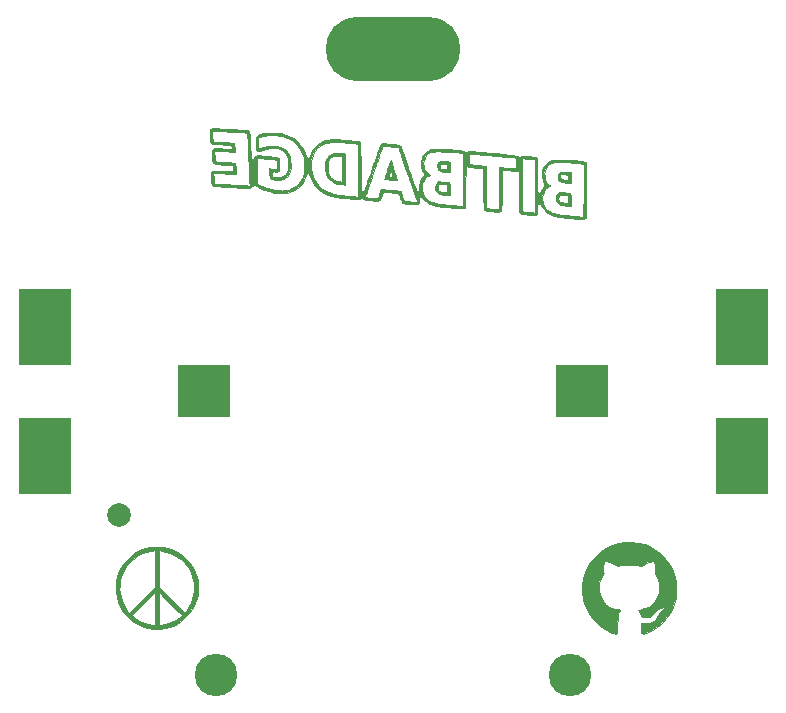
<source format=gbr>
G04 #@! TF.FileFunction,Soldermask,Bot*
%FSLAX46Y46*%
G04 Gerber Fmt 4.6, Leading zero omitted, Abs format (unit mm)*
G04 Created by KiCad (PCBNEW 4.0.7-e2-6376~58~ubuntu16.04.1) date Sat Jul 28 15:13:10 2018*
%MOMM*%
%LPD*%
G01*
G04 APERTURE LIST*
%ADD10C,0.100000*%
%ADD11C,0.010000*%
%ADD12O,11.400000X5.400000*%
%ADD13C,1.300000*%
%ADD14R,4.400000X4.400000*%
%ADD15C,3.600000*%
%ADD16R,4.400000X6.400000*%
%ADD17C,2.000000*%
G04 APERTURE END LIST*
D10*
D11*
G36*
X79796806Y-113148185D02*
X79436151Y-113186363D01*
X79080362Y-113261550D01*
X78732617Y-113373746D01*
X78396094Y-113522951D01*
X78073970Y-113709165D01*
X77788084Y-113917189D01*
X77512542Y-114166887D01*
X77264945Y-114446314D01*
X77047791Y-114751365D01*
X76863580Y-115077935D01*
X76714811Y-115421920D01*
X76603984Y-115779215D01*
X76573555Y-115911752D01*
X76516155Y-116286471D01*
X76499307Y-116657703D01*
X76521395Y-117022972D01*
X76580801Y-117379799D01*
X76675908Y-117725703D01*
X76805099Y-118058208D01*
X76966755Y-118374834D01*
X77159260Y-118673102D01*
X77380995Y-118950535D01*
X77630345Y-119204652D01*
X77905690Y-119432975D01*
X78205415Y-119633026D01*
X78527901Y-119802326D01*
X78871531Y-119938396D01*
X79234687Y-120038758D01*
X79271684Y-120046666D01*
X79346758Y-120060161D01*
X79444835Y-120074753D01*
X79557197Y-120089489D01*
X79675129Y-120103415D01*
X79789912Y-120115578D01*
X79892830Y-120125023D01*
X79975165Y-120130798D01*
X80028200Y-120131950D01*
X80040116Y-120130721D01*
X80065288Y-120127876D01*
X80123275Y-120122498D01*
X80204691Y-120115433D01*
X80275167Y-120109560D01*
X80657006Y-120057625D01*
X81025033Y-119966252D01*
X81377197Y-119836667D01*
X81711446Y-119670100D01*
X82025728Y-119467778D01*
X82317992Y-119230930D01*
X82567026Y-118980083D01*
X82097518Y-118980083D01*
X82006551Y-119062094D01*
X81832196Y-119200835D01*
X81625413Y-119334485D01*
X81396104Y-119457964D01*
X81154176Y-119566193D01*
X80909531Y-119654092D01*
X80779353Y-119691428D01*
X80673401Y-119716190D01*
X80549585Y-119740979D01*
X80421909Y-119763375D01*
X80304380Y-119780955D01*
X80211003Y-119791298D01*
X80195792Y-119792323D01*
X80148167Y-119795000D01*
X80148167Y-118413961D01*
X79830667Y-118413961D01*
X79830407Y-118651471D01*
X79829655Y-118876065D01*
X79828456Y-119084235D01*
X79826854Y-119272473D01*
X79824894Y-119437271D01*
X79822620Y-119575120D01*
X79820077Y-119682512D01*
X79817309Y-119755939D01*
X79814360Y-119791892D01*
X79813185Y-119795000D01*
X79786112Y-119792194D01*
X79726718Y-119784615D01*
X79644581Y-119773517D01*
X79575060Y-119763814D01*
X79270335Y-119705378D01*
X78969747Y-119618248D01*
X78680658Y-119505648D01*
X78410435Y-119370803D01*
X78166441Y-119216938D01*
X77972283Y-119062094D01*
X77881316Y-118980083D01*
X78855992Y-118006502D01*
X79830667Y-117032922D01*
X79830667Y-118413961D01*
X80148167Y-118413961D01*
X80148167Y-117032922D01*
X81122843Y-118006502D01*
X82097518Y-118980083D01*
X82567026Y-118980083D01*
X82586186Y-118960784D01*
X82828258Y-118658568D01*
X82918393Y-118527332D01*
X83105461Y-118205023D01*
X83254026Y-117869357D01*
X83364580Y-117523455D01*
X83437616Y-117170435D01*
X83473627Y-116813419D01*
X83473250Y-116555796D01*
X83150074Y-116555796D01*
X83138413Y-116899278D01*
X83089166Y-117241386D01*
X83003833Y-117576836D01*
X82883915Y-117900343D01*
X82730911Y-118206620D01*
X82546322Y-118490383D01*
X82438197Y-118627471D01*
X82342929Y-118740526D01*
X81245548Y-117643298D01*
X80148167Y-116546069D01*
X80148167Y-115006117D01*
X80148167Y-115005966D01*
X79830667Y-115005966D01*
X79830667Y-116545765D01*
X77639917Y-118738673D01*
X77557906Y-118647711D01*
X77505148Y-118584376D01*
X77442345Y-118502017D01*
X77382180Y-118417328D01*
X77376264Y-118408583D01*
X77188456Y-118092710D01*
X77039514Y-117763153D01*
X76929771Y-117422904D01*
X76859559Y-117074952D01*
X76829211Y-116722290D01*
X76839060Y-116367907D01*
X76889438Y-116014795D01*
X76980678Y-115665944D01*
X77049798Y-115473429D01*
X77203366Y-115140865D01*
X77390229Y-114833065D01*
X77608155Y-114551778D01*
X77854911Y-114298751D01*
X78128262Y-114075731D01*
X78425976Y-113884466D01*
X78745820Y-113726704D01*
X79085560Y-113604192D01*
X79442962Y-113518678D01*
X79575060Y-113497352D01*
X79667828Y-113484462D01*
X79744917Y-113474167D01*
X79796747Y-113467721D01*
X79813185Y-113466166D01*
X79816036Y-113486779D01*
X79818743Y-113546403D01*
X79821267Y-113641714D01*
X79823571Y-113769392D01*
X79825618Y-113926113D01*
X79827369Y-114108554D01*
X79828787Y-114313394D01*
X79829834Y-114537310D01*
X79830473Y-114776979D01*
X79830667Y-115005966D01*
X80148167Y-115005966D01*
X80148401Y-114754988D01*
X80149078Y-114516588D01*
X80150160Y-114294240D01*
X80151610Y-114091266D01*
X80153389Y-113910989D01*
X80155460Y-113756732D01*
X80157785Y-113631815D01*
X80160327Y-113539562D01*
X80163048Y-113483295D01*
X80165649Y-113466166D01*
X80192722Y-113468971D01*
X80252117Y-113476550D01*
X80334253Y-113487649D01*
X80403774Y-113497352D01*
X80766930Y-113569149D01*
X81112304Y-113678209D01*
X81437864Y-113822499D01*
X81741578Y-113999987D01*
X82021413Y-114208641D01*
X82275338Y-114446429D01*
X82501321Y-114711319D01*
X82697330Y-115001278D01*
X82861331Y-115314276D01*
X82991294Y-115648278D01*
X83085186Y-116001254D01*
X83122648Y-116216226D01*
X83150074Y-116555796D01*
X83473250Y-116555796D01*
X83473103Y-116455526D01*
X83436539Y-116099875D01*
X83364426Y-115749587D01*
X83257257Y-115407781D01*
X83115524Y-115077576D01*
X82939720Y-114762094D01*
X82730337Y-114464453D01*
X82487867Y-114187773D01*
X82212803Y-113935175D01*
X82190750Y-113917189D01*
X81884999Y-113696304D01*
X81561871Y-113512428D01*
X81224545Y-113365562D01*
X80876198Y-113255704D01*
X80520007Y-113182855D01*
X80159151Y-113147016D01*
X79796806Y-113148185D01*
X79796806Y-113148185D01*
G37*
X79796806Y-113148185D02*
X79436151Y-113186363D01*
X79080362Y-113261550D01*
X78732617Y-113373746D01*
X78396094Y-113522951D01*
X78073970Y-113709165D01*
X77788084Y-113917189D01*
X77512542Y-114166887D01*
X77264945Y-114446314D01*
X77047791Y-114751365D01*
X76863580Y-115077935D01*
X76714811Y-115421920D01*
X76603984Y-115779215D01*
X76573555Y-115911752D01*
X76516155Y-116286471D01*
X76499307Y-116657703D01*
X76521395Y-117022972D01*
X76580801Y-117379799D01*
X76675908Y-117725703D01*
X76805099Y-118058208D01*
X76966755Y-118374834D01*
X77159260Y-118673102D01*
X77380995Y-118950535D01*
X77630345Y-119204652D01*
X77905690Y-119432975D01*
X78205415Y-119633026D01*
X78527901Y-119802326D01*
X78871531Y-119938396D01*
X79234687Y-120038758D01*
X79271684Y-120046666D01*
X79346758Y-120060161D01*
X79444835Y-120074753D01*
X79557197Y-120089489D01*
X79675129Y-120103415D01*
X79789912Y-120115578D01*
X79892830Y-120125023D01*
X79975165Y-120130798D01*
X80028200Y-120131950D01*
X80040116Y-120130721D01*
X80065288Y-120127876D01*
X80123275Y-120122498D01*
X80204691Y-120115433D01*
X80275167Y-120109560D01*
X80657006Y-120057625D01*
X81025033Y-119966252D01*
X81377197Y-119836667D01*
X81711446Y-119670100D01*
X82025728Y-119467778D01*
X82317992Y-119230930D01*
X82567026Y-118980083D01*
X82097518Y-118980083D01*
X82006551Y-119062094D01*
X81832196Y-119200835D01*
X81625413Y-119334485D01*
X81396104Y-119457964D01*
X81154176Y-119566193D01*
X80909531Y-119654092D01*
X80779353Y-119691428D01*
X80673401Y-119716190D01*
X80549585Y-119740979D01*
X80421909Y-119763375D01*
X80304380Y-119780955D01*
X80211003Y-119791298D01*
X80195792Y-119792323D01*
X80148167Y-119795000D01*
X80148167Y-118413961D01*
X79830667Y-118413961D01*
X79830407Y-118651471D01*
X79829655Y-118876065D01*
X79828456Y-119084235D01*
X79826854Y-119272473D01*
X79824894Y-119437271D01*
X79822620Y-119575120D01*
X79820077Y-119682512D01*
X79817309Y-119755939D01*
X79814360Y-119791892D01*
X79813185Y-119795000D01*
X79786112Y-119792194D01*
X79726718Y-119784615D01*
X79644581Y-119773517D01*
X79575060Y-119763814D01*
X79270335Y-119705378D01*
X78969747Y-119618248D01*
X78680658Y-119505648D01*
X78410435Y-119370803D01*
X78166441Y-119216938D01*
X77972283Y-119062094D01*
X77881316Y-118980083D01*
X78855992Y-118006502D01*
X79830667Y-117032922D01*
X79830667Y-118413961D01*
X80148167Y-118413961D01*
X80148167Y-117032922D01*
X81122843Y-118006502D01*
X82097518Y-118980083D01*
X82567026Y-118980083D01*
X82586186Y-118960784D01*
X82828258Y-118658568D01*
X82918393Y-118527332D01*
X83105461Y-118205023D01*
X83254026Y-117869357D01*
X83364580Y-117523455D01*
X83437616Y-117170435D01*
X83473627Y-116813419D01*
X83473250Y-116555796D01*
X83150074Y-116555796D01*
X83138413Y-116899278D01*
X83089166Y-117241386D01*
X83003833Y-117576836D01*
X82883915Y-117900343D01*
X82730911Y-118206620D01*
X82546322Y-118490383D01*
X82438197Y-118627471D01*
X82342929Y-118740526D01*
X81245548Y-117643298D01*
X80148167Y-116546069D01*
X80148167Y-115006117D01*
X80148167Y-115005966D01*
X79830667Y-115005966D01*
X79830667Y-116545765D01*
X77639917Y-118738673D01*
X77557906Y-118647711D01*
X77505148Y-118584376D01*
X77442345Y-118502017D01*
X77382180Y-118417328D01*
X77376264Y-118408583D01*
X77188456Y-118092710D01*
X77039514Y-117763153D01*
X76929771Y-117422904D01*
X76859559Y-117074952D01*
X76829211Y-116722290D01*
X76839060Y-116367907D01*
X76889438Y-116014795D01*
X76980678Y-115665944D01*
X77049798Y-115473429D01*
X77203366Y-115140865D01*
X77390229Y-114833065D01*
X77608155Y-114551778D01*
X77854911Y-114298751D01*
X78128262Y-114075731D01*
X78425976Y-113884466D01*
X78745820Y-113726704D01*
X79085560Y-113604192D01*
X79442962Y-113518678D01*
X79575060Y-113497352D01*
X79667828Y-113484462D01*
X79744917Y-113474167D01*
X79796747Y-113467721D01*
X79813185Y-113466166D01*
X79816036Y-113486779D01*
X79818743Y-113546403D01*
X79821267Y-113641714D01*
X79823571Y-113769392D01*
X79825618Y-113926113D01*
X79827369Y-114108554D01*
X79828787Y-114313394D01*
X79829834Y-114537310D01*
X79830473Y-114776979D01*
X79830667Y-115005966D01*
X80148167Y-115005966D01*
X80148401Y-114754988D01*
X80149078Y-114516588D01*
X80150160Y-114294240D01*
X80151610Y-114091266D01*
X80153389Y-113910989D01*
X80155460Y-113756732D01*
X80157785Y-113631815D01*
X80160327Y-113539562D01*
X80163048Y-113483295D01*
X80165649Y-113466166D01*
X80192722Y-113468971D01*
X80252117Y-113476550D01*
X80334253Y-113487649D01*
X80403774Y-113497352D01*
X80766930Y-113569149D01*
X81112304Y-113678209D01*
X81437864Y-113822499D01*
X81741578Y-113999987D01*
X82021413Y-114208641D01*
X82275338Y-114446429D01*
X82501321Y-114711319D01*
X82697330Y-115001278D01*
X82861331Y-115314276D01*
X82991294Y-115648278D01*
X83085186Y-116001254D01*
X83122648Y-116216226D01*
X83150074Y-116555796D01*
X83473250Y-116555796D01*
X83473103Y-116455526D01*
X83436539Y-116099875D01*
X83364426Y-115749587D01*
X83257257Y-115407781D01*
X83115524Y-115077576D01*
X82939720Y-114762094D01*
X82730337Y-114464453D01*
X82487867Y-114187773D01*
X82212803Y-113935175D01*
X82190750Y-113917189D01*
X81884999Y-113696304D01*
X81561871Y-113512428D01*
X81224545Y-113365562D01*
X80876198Y-113255704D01*
X80520007Y-113182855D01*
X80159151Y-113147016D01*
X79796806Y-113148185D01*
G36*
X84654061Y-77739910D02*
X84573574Y-77764746D01*
X84518905Y-77805527D01*
X84495592Y-77835411D01*
X84485284Y-77885476D01*
X84476731Y-77992676D01*
X84470798Y-78141475D01*
X84468353Y-78316340D01*
X84468339Y-78324122D01*
X84474880Y-78586760D01*
X84496194Y-78783739D01*
X84533710Y-78920839D01*
X84588856Y-79003841D01*
X84643893Y-79034429D01*
X84697412Y-79041623D01*
X84811424Y-79051678D01*
X84973844Y-79063707D01*
X85172584Y-79076825D01*
X85395561Y-79090144D01*
X85430730Y-79092126D01*
X85657871Y-79105400D01*
X85864073Y-79118534D01*
X86036853Y-79130647D01*
X86163728Y-79140856D01*
X86232214Y-79148281D01*
X86236347Y-79149031D01*
X86304161Y-79195241D01*
X86342996Y-79281023D01*
X86345382Y-79376528D01*
X86310606Y-79445711D01*
X86280906Y-79466259D01*
X86233375Y-79478814D01*
X86156461Y-79483646D01*
X86038611Y-79481025D01*
X85868272Y-79471223D01*
X85706524Y-79459862D01*
X85426731Y-79440173D01*
X85209907Y-79427235D01*
X85046627Y-79421407D01*
X84927469Y-79423051D01*
X84843006Y-79432528D01*
X84783815Y-79450200D01*
X84740471Y-79476427D01*
X84716784Y-79497779D01*
X84685586Y-79532829D01*
X84664829Y-79573130D01*
X84653216Y-79631953D01*
X84649452Y-79722575D01*
X84652241Y-79858267D01*
X84660287Y-80052304D01*
X84661033Y-80068848D01*
X84670254Y-80272429D01*
X84682721Y-80432726D01*
X84706435Y-80555307D01*
X84749394Y-80645740D01*
X84819599Y-80709595D01*
X84925050Y-80752440D01*
X85073745Y-80779843D01*
X85273685Y-80797374D01*
X85532869Y-80810601D01*
X85739599Y-80819648D01*
X85943334Y-80830671D01*
X86123041Y-80844131D01*
X86265514Y-80858746D01*
X86357546Y-80873232D01*
X86384592Y-80882364D01*
X86414825Y-80943668D01*
X86429016Y-81048008D01*
X86427618Y-81167642D01*
X86411081Y-81274827D01*
X86379858Y-81341819D01*
X86377078Y-81344333D01*
X86338737Y-81360802D01*
X86266531Y-81369389D01*
X86150828Y-81370165D01*
X85981994Y-81363197D01*
X85753698Y-81348783D01*
X85430710Y-81326874D01*
X85172919Y-81312546D01*
X84973007Y-81308555D01*
X84823656Y-81317653D01*
X84717548Y-81342596D01*
X84647365Y-81386139D01*
X84605790Y-81451035D01*
X84585505Y-81540039D01*
X84579191Y-81655906D01*
X84579448Y-81790772D01*
X84584698Y-82063176D01*
X84599287Y-82271518D01*
X84628749Y-82424310D01*
X84678619Y-82530068D01*
X84754433Y-82597303D01*
X84861723Y-82634530D01*
X85006026Y-82650262D01*
X85140029Y-82653071D01*
X85311139Y-82656363D01*
X85525482Y-82664605D01*
X85753884Y-82676499D01*
X85939456Y-82688669D01*
X86266369Y-82711693D01*
X86586771Y-82732407D01*
X86892019Y-82750405D01*
X87173468Y-82765280D01*
X87422476Y-82776626D01*
X87630399Y-82784036D01*
X87788592Y-82787104D01*
X87888413Y-82785421D01*
X87917470Y-82781730D01*
X87980398Y-82737318D01*
X88047905Y-82655421D01*
X88061343Y-82634011D01*
X88100197Y-82587750D01*
X87858612Y-82587750D01*
X87498605Y-82566309D01*
X87370038Y-82558949D01*
X87181568Y-82548564D01*
X86945872Y-82535834D01*
X86675628Y-82521436D01*
X86383515Y-82506048D01*
X86082209Y-82490351D01*
X85993963Y-82485787D01*
X85713674Y-82471182D01*
X85457844Y-82457584D01*
X85235191Y-82445478D01*
X85054429Y-82435349D01*
X84924274Y-82427681D01*
X84853441Y-82422958D01*
X84842944Y-82421825D01*
X84838522Y-82385904D01*
X84831081Y-82291413D01*
X84821626Y-82152345D01*
X84811165Y-81982693D01*
X84810242Y-81966976D01*
X84783922Y-81517010D01*
X85325352Y-81541051D01*
X85562540Y-81551909D01*
X85817644Y-81564125D01*
X86061359Y-81576267D01*
X86264383Y-81586902D01*
X86279537Y-81587729D01*
X86692293Y-81610366D01*
X86665896Y-81141878D01*
X86655307Y-80965806D01*
X86645164Y-80818181D01*
X86636518Y-80712951D01*
X86630422Y-80664066D01*
X86629738Y-80662388D01*
X86592070Y-80656669D01*
X86494101Y-80647871D01*
X86348092Y-80636932D01*
X86166308Y-80624790D01*
X86025354Y-80616139D01*
X85800736Y-80602529D01*
X85579114Y-80588578D01*
X85380526Y-80575582D01*
X85225014Y-80564840D01*
X85172392Y-80560929D01*
X84914055Y-80540966D01*
X84890776Y-80265572D01*
X84878944Y-80100990D01*
X84870563Y-79937409D01*
X84867496Y-79813973D01*
X84870243Y-79708448D01*
X84885912Y-79656579D01*
X84925648Y-79639368D01*
X84970869Y-79637768D01*
X85048852Y-79640178D01*
X85183811Y-79646765D01*
X85360230Y-79656562D01*
X85562591Y-79668602D01*
X85775377Y-79681917D01*
X85983071Y-79695542D01*
X86170157Y-79708509D01*
X86321118Y-79719852D01*
X86406837Y-79727241D01*
X86583516Y-79744322D01*
X86569519Y-79366198D01*
X86562041Y-79207883D01*
X86552875Y-79078357D01*
X86543342Y-78993696D01*
X86536926Y-78969477D01*
X86496801Y-78962418D01*
X86394634Y-78952901D01*
X86240988Y-78941665D01*
X86046425Y-78929452D01*
X85821508Y-78917000D01*
X85701998Y-78910967D01*
X85461564Y-78898683D01*
X85242151Y-78886476D01*
X85055346Y-78875071D01*
X84912735Y-78865192D01*
X84825906Y-78857565D01*
X84808085Y-78855053D01*
X84765645Y-78833610D01*
X84733980Y-78782843D01*
X84711065Y-78693092D01*
X84694874Y-78554694D01*
X84683383Y-78357986D01*
X84678899Y-78238769D01*
X84669224Y-77948068D01*
X85013639Y-77958342D01*
X85249962Y-77966487D01*
X85513774Y-77977451D01*
X85795761Y-77990668D01*
X86086608Y-78005575D01*
X86377002Y-78021606D01*
X86657627Y-78038196D01*
X86919170Y-78054780D01*
X87152317Y-78070794D01*
X87347752Y-78085673D01*
X87496161Y-78098851D01*
X87588231Y-78109764D01*
X87614670Y-78116092D01*
X87630727Y-78164403D01*
X87646118Y-78279932D01*
X87660368Y-78457221D01*
X87673002Y-78690814D01*
X87679958Y-78865560D01*
X87690579Y-79145279D01*
X87704773Y-79485297D01*
X87721961Y-79873356D01*
X87741567Y-80297201D01*
X87763011Y-80744572D01*
X87785715Y-81203213D01*
X87809103Y-81660866D01*
X87832597Y-82105275D01*
X87833451Y-82121128D01*
X87858612Y-82587750D01*
X88100197Y-82587750D01*
X88134337Y-82547103D01*
X88213530Y-82507780D01*
X88281403Y-82522455D01*
X88302093Y-82545897D01*
X88342093Y-82576037D01*
X88433722Y-82630205D01*
X88563249Y-82700655D01*
X88713036Y-82777685D01*
X89103582Y-82948548D01*
X89510868Y-83081125D01*
X89920918Y-83172946D01*
X90319754Y-83221541D01*
X90693400Y-83224438D01*
X91008555Y-83183419D01*
X91402569Y-83067808D01*
X91746203Y-82900656D01*
X92038549Y-82682733D01*
X92278698Y-82414807D01*
X92465741Y-82097648D01*
X92555487Y-81874129D01*
X92611719Y-81717987D01*
X92657083Y-81618970D01*
X92699110Y-81563894D01*
X92745329Y-81539576D01*
X92746752Y-81539210D01*
X92811105Y-81534037D01*
X92864433Y-81561311D01*
X92913870Y-81630785D01*
X92966555Y-81752211D01*
X93023985Y-81918056D01*
X93177025Y-82270364D01*
X93393853Y-82593952D01*
X93669311Y-82883087D01*
X93998239Y-83132034D01*
X94240712Y-83270824D01*
X94488001Y-83373258D01*
X94803206Y-83464390D01*
X95182332Y-83543411D01*
X95621381Y-83609509D01*
X96116356Y-83661874D01*
X96204835Y-83669275D01*
X96404455Y-83685535D01*
X96594826Y-83701326D01*
X96755560Y-83714937D01*
X96866266Y-83724661D01*
X96873759Y-83725350D01*
X97072859Y-83717085D01*
X97177645Y-83682298D01*
X97259125Y-83648251D01*
X97321461Y-83644364D01*
X97397230Y-83672937D01*
X97453499Y-83701780D01*
X97536707Y-83737140D01*
X97646027Y-83766580D01*
X97794184Y-83792485D01*
X97993907Y-83817241D01*
X98158649Y-83833965D01*
X98399868Y-83856311D01*
X98579852Y-83867621D01*
X98709740Y-83863483D01*
X98800671Y-83839481D01*
X98863782Y-83791203D01*
X98910213Y-83714234D01*
X98951101Y-83604160D01*
X98981504Y-83507889D01*
X99030603Y-83365470D01*
X99079950Y-83247312D01*
X99121078Y-83172959D01*
X99131685Y-83161131D01*
X99166095Y-83143712D01*
X99225053Y-83134171D01*
X99319360Y-83132505D01*
X99459818Y-83138710D01*
X99657226Y-83152784D01*
X99758797Y-83160966D01*
X99960678Y-83179034D01*
X100141760Y-83197947D01*
X100287431Y-83215974D01*
X100383080Y-83231384D01*
X100408711Y-83237978D01*
X100453895Y-83270506D01*
X100496565Y-83339657D01*
X100542860Y-83457777D01*
X100586572Y-83595623D01*
X100652019Y-83793350D01*
X100714545Y-83930340D01*
X100782130Y-84017707D01*
X100862752Y-84066569D01*
X100937668Y-84084792D01*
X101096567Y-84104308D01*
X101281671Y-84121461D01*
X101477939Y-84135527D01*
X101670326Y-84145781D01*
X101843791Y-84151501D01*
X101983291Y-84151962D01*
X102073783Y-84146441D01*
X102097218Y-84140590D01*
X102188806Y-84059472D01*
X102221379Y-83942622D01*
X102219536Y-83930176D01*
X102018855Y-83930176D01*
X101992932Y-83949165D01*
X101912298Y-83956939D01*
X101772657Y-83953396D01*
X101569713Y-83938431D01*
X101310272Y-83913111D01*
X100910558Y-83871101D01*
X100782282Y-83489556D01*
X100728815Y-83331213D01*
X100682951Y-83196666D01*
X100650176Y-83101928D01*
X100636932Y-83065224D01*
X100613824Y-83050346D01*
X100552775Y-83034489D01*
X100448729Y-83017052D01*
X100296633Y-82997430D01*
X100091430Y-82975021D01*
X99828065Y-82949222D01*
X99501485Y-82919431D01*
X99176387Y-82891033D01*
X98968396Y-82873129D01*
X98845306Y-83263102D01*
X98780551Y-83453884D01*
X98726577Y-83582826D01*
X98685094Y-83646093D01*
X98671751Y-83652158D01*
X98533589Y-83647350D01*
X98366997Y-83638099D01*
X98186863Y-83625664D01*
X98008072Y-83611308D01*
X97845509Y-83596293D01*
X97714061Y-83581879D01*
X97628613Y-83569330D01*
X97603451Y-83561612D01*
X97607072Y-83516278D01*
X97632742Y-83422786D01*
X97675097Y-83300283D01*
X97681097Y-83284409D01*
X97745274Y-83110106D01*
X97813508Y-82915478D01*
X97858474Y-82780972D01*
X97895348Y-82670688D01*
X97951865Y-82506228D01*
X98023068Y-82301800D01*
X98103998Y-82071612D01*
X98189698Y-81829873D01*
X98219837Y-81745350D01*
X98306166Y-81502893D01*
X98389672Y-81267029D01*
X98465356Y-81051971D01*
X98528224Y-80871934D01*
X98573278Y-80741132D01*
X98583876Y-80709728D01*
X98635221Y-80558443D01*
X98698029Y-80376975D01*
X98768155Y-80176904D01*
X98841451Y-79969814D01*
X98913773Y-79767286D01*
X98980975Y-79580901D01*
X99038910Y-79422244D01*
X99083432Y-79302894D01*
X99110396Y-79234436D01*
X99116158Y-79222739D01*
X99155207Y-79221746D01*
X99252399Y-79227565D01*
X99393666Y-79238804D01*
X99564942Y-79254067D01*
X99752159Y-79271961D01*
X99941249Y-79291092D01*
X100118146Y-79310064D01*
X100268782Y-79327485D01*
X100379089Y-79341960D01*
X100435001Y-79352094D01*
X100438873Y-79353827D01*
X100455935Y-79392665D01*
X100490153Y-79485889D01*
X100536263Y-79618754D01*
X100579900Y-79748891D01*
X100633272Y-79908020D01*
X100704309Y-80116406D01*
X100786392Y-80354810D01*
X100872900Y-80603993D01*
X100948072Y-80818741D01*
X101032424Y-81059791D01*
X101117737Y-81305645D01*
X101197544Y-81537518D01*
X101265376Y-81736622D01*
X101310924Y-81872532D01*
X101361733Y-82023849D01*
X101431332Y-82227724D01*
X101514179Y-82468235D01*
X101604731Y-82729458D01*
X101697446Y-82995472D01*
X101786781Y-83250354D01*
X101867193Y-83478182D01*
X101933139Y-83663032D01*
X101960794Y-83739404D01*
X101995515Y-83840837D01*
X102016263Y-83913709D01*
X102018855Y-83930176D01*
X102219536Y-83930176D01*
X102199430Y-83794447D01*
X102174849Y-83684579D01*
X102179109Y-83617051D01*
X102200339Y-83580646D01*
X102258469Y-83542826D01*
X102333624Y-83526938D01*
X102396546Y-83535238D01*
X102418569Y-83563814D01*
X102446906Y-83623110D01*
X102522600Y-83709476D01*
X102631677Y-83810992D01*
X102760163Y-83915736D01*
X102894085Y-84011791D01*
X103019466Y-84087235D01*
X103050226Y-84102612D01*
X103195000Y-84167316D01*
X103338761Y-84222395D01*
X103490059Y-84269265D01*
X103657446Y-84309343D01*
X103849472Y-84344045D01*
X104074691Y-84374789D01*
X104341652Y-84402989D01*
X104658907Y-84430064D01*
X105035007Y-84457429D01*
X105297855Y-84474926D01*
X105536894Y-84490036D01*
X105714183Y-84499649D01*
X105840466Y-84503451D01*
X105926483Y-84501130D01*
X105982976Y-84492370D01*
X106020686Y-84476860D01*
X106050355Y-84454286D01*
X106051861Y-84452929D01*
X106068973Y-84435444D01*
X106083185Y-84412466D01*
X106094766Y-84377578D01*
X106103987Y-84324362D01*
X106111114Y-84246399D01*
X106116418Y-84137270D01*
X106120167Y-83990559D01*
X106122630Y-83799846D01*
X106122905Y-83753895D01*
X105937658Y-83753895D01*
X105937335Y-83964735D01*
X105936173Y-84125856D01*
X105934100Y-84229608D01*
X105931310Y-84267865D01*
X105925973Y-84284419D01*
X105919225Y-84297593D01*
X105904090Y-84307029D01*
X105873596Y-84312373D01*
X105820769Y-84313269D01*
X105738634Y-84309361D01*
X105620217Y-84300294D01*
X105458546Y-84285712D01*
X105246645Y-84265258D01*
X104977542Y-84238578D01*
X104644261Y-84205315D01*
X104580658Y-84198974D01*
X104196219Y-84157455D01*
X103875626Y-84114556D01*
X103610065Y-84067410D01*
X103390723Y-84013150D01*
X103208785Y-83948909D01*
X103055438Y-83871822D01*
X102921869Y-83779021D01*
X102799262Y-83667639D01*
X102734207Y-83598421D01*
X102619394Y-83447804D01*
X102529865Y-83287390D01*
X102504968Y-83225027D01*
X102463249Y-83041496D01*
X102442319Y-82818562D01*
X102442777Y-82586634D01*
X102465219Y-82376121D01*
X102486457Y-82282851D01*
X102573392Y-82092363D01*
X102710629Y-81914517D01*
X102876960Y-81774922D01*
X102934758Y-81741543D01*
X103079762Y-81667568D01*
X102929401Y-81538865D01*
X102764198Y-81356180D01*
X102649942Y-81143006D01*
X102585180Y-80910792D01*
X102568461Y-80670983D01*
X102598333Y-80435029D01*
X102673345Y-80214375D01*
X102792046Y-80020469D01*
X102952984Y-79864760D01*
X103154707Y-79758693D01*
X103155138Y-79758543D01*
X103243082Y-79732471D01*
X103342260Y-79714184D01*
X103466711Y-79702552D01*
X103630479Y-79696443D01*
X103847605Y-79694728D01*
X103944750Y-79694983D01*
X104110368Y-79697965D01*
X104312074Y-79705104D01*
X104538577Y-79715634D01*
X104778588Y-79728790D01*
X105020818Y-79743807D01*
X105253976Y-79759921D01*
X105466774Y-79776367D01*
X105647923Y-79792381D01*
X105786132Y-79807196D01*
X105870112Y-79820049D01*
X105890071Y-79826771D01*
X105893816Y-79865442D01*
X105897787Y-79969137D01*
X105901912Y-80130208D01*
X105906122Y-80341004D01*
X105910345Y-80593877D01*
X105914509Y-80881177D01*
X105918545Y-81195254D01*
X105922380Y-81528458D01*
X105925945Y-81873141D01*
X105929167Y-82221651D01*
X105931975Y-82566341D01*
X105934300Y-82899560D01*
X105936069Y-83213658D01*
X105937212Y-83500986D01*
X105937658Y-83753895D01*
X106122905Y-83753895D01*
X106124076Y-83558713D01*
X106124774Y-83260742D01*
X106124993Y-82899515D01*
X106125007Y-82707115D01*
X106124942Y-82298327D01*
X106125290Y-81956491D01*
X106126864Y-81675885D01*
X106130478Y-81450786D01*
X106136946Y-81275471D01*
X106147079Y-81144220D01*
X106161694Y-81051308D01*
X106181601Y-80991015D01*
X106207617Y-80957617D01*
X106240552Y-80945392D01*
X106281222Y-80948618D01*
X106330440Y-80961573D01*
X106371439Y-80973659D01*
X106457471Y-80991064D01*
X106598022Y-81011610D01*
X106775141Y-81032979D01*
X106970877Y-81052850D01*
X107015279Y-81056845D01*
X107202242Y-81075198D01*
X107364404Y-81094776D01*
X107487379Y-81113567D01*
X107556786Y-81129562D01*
X107565241Y-81133690D01*
X107576368Y-81169325D01*
X107586667Y-81259955D01*
X107596243Y-81408293D01*
X107605204Y-81617051D01*
X107613657Y-81888941D01*
X107621706Y-82226677D01*
X107629460Y-82632969D01*
X107633395Y-82871289D01*
X107639608Y-83280359D01*
X107644988Y-83622842D01*
X107650688Y-83904797D01*
X107657862Y-84132284D01*
X107667662Y-84311364D01*
X107681242Y-84448096D01*
X107699754Y-84548540D01*
X107724352Y-84618757D01*
X107756189Y-84664807D01*
X107796418Y-84692749D01*
X107846193Y-84708645D01*
X107906666Y-84718553D01*
X107978990Y-84728535D01*
X107987036Y-84729789D01*
X108103316Y-84744415D01*
X108267852Y-84760177D01*
X108456300Y-84774917D01*
X108598880Y-84784015D01*
X108729858Y-84793484D01*
X108839579Y-84801888D01*
X108929911Y-84803460D01*
X109002721Y-84792430D01*
X109059875Y-84763032D01*
X109103240Y-84709497D01*
X109134682Y-84626058D01*
X109156069Y-84506946D01*
X109169267Y-84346394D01*
X109176144Y-84138633D01*
X109178565Y-83877896D01*
X109178397Y-83558415D01*
X109177507Y-83174421D01*
X109177368Y-82996596D01*
X109177618Y-82602953D01*
X109178507Y-82275789D01*
X109180236Y-82008909D01*
X109183011Y-81796120D01*
X109187034Y-81631225D01*
X109192509Y-81508030D01*
X109199641Y-81420340D01*
X109208633Y-81361961D01*
X109219688Y-81326698D01*
X109232889Y-81308456D01*
X109280983Y-81287000D01*
X109366335Y-81278158D01*
X109501543Y-81281402D01*
X109641688Y-81291321D01*
X109841453Y-81305687D01*
X110058023Y-81318120D01*
X110252119Y-81326433D01*
X110295542Y-81327687D01*
X110437295Y-81334117D01*
X110550144Y-81344697D01*
X110615132Y-81357465D01*
X110622581Y-81361545D01*
X110628120Y-81402153D01*
X110633676Y-81508206D01*
X110639097Y-81672474D01*
X110644233Y-81887726D01*
X110648933Y-82146733D01*
X110653047Y-82442263D01*
X110656423Y-82767087D01*
X110658844Y-83101822D01*
X110668646Y-84815663D01*
X110749688Y-84896078D01*
X110788529Y-84927384D01*
X110841719Y-84952343D01*
X110920977Y-84973407D01*
X111038022Y-84993030D01*
X111204572Y-85013664D01*
X111421217Y-85036630D01*
X111642527Y-85058601D01*
X111803625Y-85072492D01*
X111916521Y-85078316D01*
X111993225Y-85076082D01*
X112045749Y-85065802D01*
X112086103Y-85047486D01*
X112102547Y-85037246D01*
X112143879Y-85006208D01*
X112170302Y-84968123D01*
X112185142Y-84907463D01*
X112191721Y-84808702D01*
X112193362Y-84656312D01*
X112193390Y-84612796D01*
X112197724Y-84405867D01*
X112212822Y-84261533D01*
X112241829Y-84170117D01*
X112287892Y-84121939D01*
X112354154Y-84107320D01*
X112357665Y-84107296D01*
X112414801Y-84120255D01*
X112466649Y-84168406D01*
X112526172Y-84265657D01*
X112552417Y-84316237D01*
X112736148Y-84601757D01*
X112972303Y-84837915D01*
X113258052Y-85022559D01*
X113590563Y-85153536D01*
X113686980Y-85179175D01*
X113769086Y-85194075D01*
X113911788Y-85214785D01*
X114103355Y-85239985D01*
X114332060Y-85268353D01*
X114586173Y-85298570D01*
X114853965Y-85329315D01*
X115123706Y-85359267D01*
X115383668Y-85387105D01*
X115622121Y-85411510D01*
X115827337Y-85431160D01*
X115987585Y-85444734D01*
X116091138Y-85450913D01*
X116102435Y-85451135D01*
X116180646Y-85426100D01*
X116253505Y-85370028D01*
X116269012Y-85351732D01*
X116282325Y-85329219D01*
X116293688Y-85296952D01*
X116303343Y-85249393D01*
X116311533Y-85181003D01*
X116318503Y-85086246D01*
X116324494Y-84959582D01*
X116329750Y-84795474D01*
X116334515Y-84588384D01*
X116339031Y-84332774D01*
X116343542Y-84023106D01*
X116348291Y-83653842D01*
X116353521Y-83219445D01*
X116355574Y-83045584D01*
X116361140Y-82567395D01*
X116365512Y-82156575D01*
X116368349Y-81807824D01*
X116369177Y-81557262D01*
X116133825Y-81557262D01*
X116133463Y-81865764D01*
X116132231Y-82209124D01*
X116130119Y-82581039D01*
X116127117Y-82975209D01*
X116126810Y-83010771D01*
X116107362Y-85239139D01*
X115940004Y-85217379D01*
X115858339Y-85208084D01*
X115716155Y-85193321D01*
X115525307Y-85174262D01*
X115297649Y-85152076D01*
X115045033Y-85127934D01*
X114827868Y-85107527D01*
X114476836Y-85073099D01*
X114188378Y-85040199D01*
X113952494Y-85006525D01*
X113759186Y-84969778D01*
X113598454Y-84927658D01*
X113460297Y-84877863D01*
X113334717Y-84818093D01*
X113211712Y-84746049D01*
X113186503Y-84729941D01*
X112973299Y-84551194D01*
X112801909Y-84324371D01*
X112685599Y-84068226D01*
X112664100Y-83991283D01*
X112633543Y-83771039D01*
X112636591Y-83530598D01*
X112670720Y-83297617D01*
X112733404Y-83099756D01*
X112748341Y-83068402D01*
X112848311Y-82911009D01*
X112971386Y-82773639D01*
X113100005Y-82673506D01*
X113193342Y-82632208D01*
X113260901Y-82608893D01*
X113283519Y-82590842D01*
X113258443Y-82558770D01*
X113193419Y-82494738D01*
X113122170Y-82430084D01*
X112967460Y-82251494D01*
X112866520Y-82032890D01*
X112817156Y-81768547D01*
X112811130Y-81618168D01*
X112834320Y-81330476D01*
X112905962Y-81093458D01*
X113029169Y-80903795D01*
X113207050Y-80758165D01*
X113442717Y-80653250D01*
X113739280Y-80585728D01*
X113784527Y-80579245D01*
X113883384Y-80568260D01*
X113988095Y-80562370D01*
X114109089Y-80562039D01*
X114256797Y-80567731D01*
X114441648Y-80579911D01*
X114674073Y-80599042D01*
X114964502Y-80625588D01*
X115086596Y-80637176D01*
X115350385Y-80663142D01*
X115590240Y-80688199D01*
X115796721Y-80711244D01*
X115960387Y-80731175D01*
X116071800Y-80746890D01*
X116121520Y-80757285D01*
X116122971Y-80758201D01*
X116126795Y-80797880D01*
X116129803Y-80903928D01*
X116131984Y-81070042D01*
X116133328Y-81289921D01*
X116133825Y-81557262D01*
X116369177Y-81557262D01*
X116369315Y-81515839D01*
X116368072Y-81275320D01*
X116364281Y-81080967D01*
X116357606Y-80927476D01*
X116347707Y-80809549D01*
X116334247Y-80721883D01*
X116316889Y-80659178D01*
X116295294Y-80616132D01*
X116269125Y-80587444D01*
X116238043Y-80567814D01*
X116201710Y-80551940D01*
X116196496Y-80549840D01*
X116104011Y-80525610D01*
X115950925Y-80500376D01*
X115749286Y-80475128D01*
X115511141Y-80450858D01*
X115248536Y-80428558D01*
X114973520Y-80409217D01*
X114698140Y-80393829D01*
X114434442Y-80383382D01*
X114194475Y-80378870D01*
X114118501Y-80378875D01*
X113481808Y-80382689D01*
X113241224Y-80501138D01*
X113001180Y-80648962D01*
X112820805Y-80830147D01*
X112691078Y-81054320D01*
X112667156Y-81113772D01*
X112609481Y-81344202D01*
X112590695Y-81604455D01*
X112609750Y-81868182D01*
X112665598Y-82109036D01*
X112711202Y-82221361D01*
X112778615Y-82374690D01*
X112803935Y-82491220D01*
X112786158Y-82594098D01*
X112724280Y-82706468D01*
X112687925Y-82757935D01*
X112606365Y-82880272D01*
X112535198Y-83005249D01*
X112508091Y-83062589D01*
X112457974Y-83155830D01*
X112400047Y-83194536D01*
X112360042Y-83198855D01*
X112271038Y-83171300D01*
X112231007Y-83128569D01*
X112220335Y-83071331D01*
X112211290Y-82944443D01*
X112203951Y-82750911D01*
X112200574Y-82594522D01*
X112011702Y-82594522D01*
X112011702Y-82617453D01*
X112011275Y-83014631D01*
X112010044Y-83389452D01*
X112008083Y-83735741D01*
X112005467Y-84047324D01*
X112002271Y-84318025D01*
X111998570Y-84541672D01*
X111994438Y-84712088D01*
X111989950Y-84823100D01*
X111985181Y-84868533D01*
X111984449Y-84869310D01*
X111940236Y-84865362D01*
X111837573Y-84855260D01*
X111690296Y-84840393D01*
X111512239Y-84822148D01*
X111448469Y-84815559D01*
X111263230Y-84796518D01*
X111104162Y-84780431D01*
X110985099Y-84768677D01*
X110919874Y-84762634D01*
X110912489Y-84762128D01*
X110907683Y-84726685D01*
X110903147Y-84624749D01*
X110898956Y-84462503D01*
X110895185Y-84246129D01*
X110891909Y-83981810D01*
X110889202Y-83675728D01*
X110887139Y-83334066D01*
X110885795Y-82963006D01*
X110885245Y-82568730D01*
X110885236Y-82509349D01*
X110885236Y-80257324D01*
X110985164Y-80274095D01*
X111065568Y-80284781D01*
X111196089Y-80299208D01*
X111357488Y-80315564D01*
X111530522Y-80332036D01*
X111695951Y-80346812D01*
X111834533Y-80358081D01*
X111927026Y-80364030D01*
X111945338Y-80364520D01*
X111958906Y-80367091D01*
X111970490Y-80378346D01*
X111980246Y-80403596D01*
X111988331Y-80448154D01*
X111994901Y-80517332D01*
X112000113Y-80616442D01*
X112004122Y-80750796D01*
X112007086Y-80925706D01*
X112009161Y-81146484D01*
X112010504Y-81418443D01*
X112011271Y-81746894D01*
X112011618Y-82137149D01*
X112011702Y-82594522D01*
X112200574Y-82594522D01*
X112198397Y-82493745D01*
X112194708Y-82175952D01*
X112192964Y-81800540D01*
X112192834Y-81684148D01*
X112192024Y-81374223D01*
X112189958Y-81086645D01*
X112186795Y-80829636D01*
X112182692Y-80611416D01*
X112177808Y-80440205D01*
X112172303Y-80324226D01*
X112166333Y-80271699D01*
X112165581Y-80270032D01*
X112123892Y-80227422D01*
X110376509Y-80227422D01*
X110376509Y-80677516D01*
X110374485Y-80877965D01*
X110367859Y-81014054D01*
X110355801Y-81094002D01*
X110337483Y-81126025D01*
X110331087Y-81127522D01*
X110260163Y-81124497D01*
X110133698Y-81116443D01*
X109968548Y-81104678D01*
X109781569Y-81090520D01*
X109589618Y-81075284D01*
X109409550Y-81060288D01*
X109258224Y-81046849D01*
X109152493Y-81036283D01*
X109131946Y-81033840D01*
X108959342Y-81011778D01*
X108959342Y-84599606D01*
X108420028Y-84548014D01*
X107880714Y-84496423D01*
X107856859Y-83384334D01*
X107850512Y-83064108D01*
X107844795Y-82729014D01*
X107839945Y-82396632D01*
X107836195Y-82084544D01*
X107833782Y-81810329D01*
X107832939Y-81595597D01*
X107832875Y-80918948D01*
X107660272Y-80897505D01*
X107559896Y-80886413D01*
X107406284Y-80871104D01*
X107218621Y-80853421D01*
X107016091Y-80835207D01*
X106969857Y-80831174D01*
X106452046Y-80786286D01*
X106451646Y-80493643D01*
X106449046Y-80335813D01*
X106442554Y-80189535D01*
X106433498Y-80083447D01*
X106432159Y-80073819D01*
X106426812Y-79977449D01*
X106439083Y-79910858D01*
X106441644Y-79906614D01*
X106475095Y-79896250D01*
X106558223Y-79893555D01*
X106695420Y-79898782D01*
X106891074Y-79912184D01*
X107149575Y-79934014D01*
X107475315Y-79964524D01*
X107516311Y-79968505D01*
X107835656Y-79998969D01*
X108177703Y-80030472D01*
X108522361Y-80061240D01*
X108849540Y-80089501D01*
X109139147Y-80113481D01*
X109315023Y-80127244D01*
X109552159Y-80145628D01*
X109774238Y-80163734D01*
X109967498Y-80180371D01*
X110118174Y-80194348D01*
X110212504Y-80204474D01*
X110222074Y-80205744D01*
X110376509Y-80227422D01*
X112123892Y-80227422D01*
X112123426Y-80226946D01*
X112054167Y-80191755D01*
X111947763Y-80162019D01*
X111794174Y-80135293D01*
X111583361Y-80109136D01*
X111444425Y-80094612D01*
X111230173Y-80074097D01*
X111075035Y-80062221D01*
X110965965Y-80058965D01*
X110889920Y-80064305D01*
X110833857Y-80078220D01*
X110798538Y-80093537D01*
X110709868Y-80132703D01*
X110639902Y-80141558D01*
X110559076Y-80118591D01*
X110467353Y-80076591D01*
X110420857Y-80058860D01*
X110352149Y-80041225D01*
X110255308Y-80022956D01*
X110124410Y-80003324D01*
X109953532Y-79981600D01*
X109736753Y-79957053D01*
X109468148Y-79928954D01*
X109141796Y-79896574D01*
X108751774Y-79859182D01*
X108541459Y-79839358D01*
X108081666Y-79796536D01*
X107689014Y-79760810D01*
X107358348Y-79731880D01*
X107084511Y-79709446D01*
X106862347Y-79693208D01*
X106686699Y-79682867D01*
X106552412Y-79678122D01*
X106454329Y-79678673D01*
X106387295Y-79684222D01*
X106346151Y-79694467D01*
X106325744Y-79709110D01*
X106324864Y-79710443D01*
X106266675Y-79742839D01*
X106172155Y-79739960D01*
X106066951Y-79704479D01*
X106023607Y-79679037D01*
X105952677Y-79652596D01*
X105820243Y-79624141D01*
X105637414Y-79594683D01*
X105415299Y-79565232D01*
X105165005Y-79536800D01*
X104897642Y-79510396D01*
X104624318Y-79487030D01*
X104356142Y-79467715D01*
X104104222Y-79453460D01*
X103879667Y-79445275D01*
X103693585Y-79444172D01*
X103557086Y-79451161D01*
X103540346Y-79453129D01*
X103208965Y-79520842D01*
X102935044Y-79630519D01*
X102715310Y-79784205D01*
X102546492Y-79983948D01*
X102470316Y-80122356D01*
X102430192Y-80218161D01*
X102404424Y-80311593D01*
X102389995Y-80422944D01*
X102383885Y-80572503D01*
X102382942Y-80709728D01*
X102385065Y-80898024D01*
X102393434Y-81033961D01*
X102411045Y-81137781D01*
X102440895Y-81229727D01*
X102469696Y-81295762D01*
X102524220Y-81402632D01*
X102572956Y-81480949D01*
X102596523Y-81506847D01*
X102634130Y-81564595D01*
X102609424Y-81654300D01*
X102524251Y-81775047D01*
X102376920Y-81999185D01*
X102275038Y-82268972D01*
X102216447Y-82590746D01*
X102206318Y-82708297D01*
X102194704Y-82873238D01*
X102183215Y-82979271D01*
X102167558Y-83040032D01*
X102143437Y-83069153D01*
X102106558Y-83080269D01*
X102088420Y-83082595D01*
X102004247Y-83074268D01*
X101958162Y-83046257D01*
X101938625Y-83002197D01*
X101898668Y-82897111D01*
X101841079Y-82738843D01*
X101768645Y-82535237D01*
X101684153Y-82294139D01*
X101590392Y-82023392D01*
X101490148Y-81730841D01*
X101476522Y-81690844D01*
X101369546Y-81377496D01*
X101263623Y-81068874D01*
X101162511Y-80775816D01*
X101069971Y-80509160D01*
X100989763Y-80279743D01*
X100925647Y-80098402D01*
X100884248Y-79983733D01*
X100820892Y-79807301D01*
X100763237Y-79638817D01*
X100718462Y-79499714D01*
X100696752Y-79424033D01*
X100668172Y-79329480D01*
X100629774Y-79256011D01*
X100572026Y-79199675D01*
X100485397Y-79156525D01*
X100360356Y-79122611D01*
X100187370Y-79093984D01*
X99956908Y-79066695D01*
X99793976Y-79050007D01*
X99534740Y-79025715D01*
X99338464Y-79011064D01*
X99196115Y-79005745D01*
X99098661Y-79009447D01*
X99037071Y-79021862D01*
X99031656Y-79023925D01*
X98989571Y-79044335D01*
X98954718Y-79074397D01*
X98921516Y-79125326D01*
X98884383Y-79208334D01*
X98837740Y-79334634D01*
X98776005Y-79515441D01*
X98753281Y-79583261D01*
X98719458Y-79682126D01*
X98665897Y-79835921D01*
X98597342Y-80031151D01*
X98518539Y-80254318D01*
X98434232Y-80491927D01*
X98401972Y-80582546D01*
X98319557Y-80814921D01*
X98243545Y-81031305D01*
X98178014Y-81219926D01*
X98127040Y-81369012D01*
X98094703Y-81466789D01*
X98087297Y-81490987D01*
X98060372Y-81575216D01*
X98014432Y-81708641D01*
X97956074Y-81872446D01*
X97896252Y-82036051D01*
X97825789Y-82228945D01*
X97755356Y-82426254D01*
X97694143Y-82602006D01*
X97658422Y-82708297D01*
X97603947Y-82866951D01*
X97559348Y-82968169D01*
X97515184Y-83024575D01*
X97462012Y-83048793D01*
X97400220Y-83053505D01*
X97317427Y-83037235D01*
X97280631Y-82978914D01*
X97278985Y-82971745D01*
X97275419Y-82920631D01*
X97271567Y-82803872D01*
X97267540Y-82628497D01*
X97263447Y-82401535D01*
X97259399Y-82130015D01*
X97255506Y-81820966D01*
X97251877Y-81481417D01*
X97251656Y-81456744D01*
X97048418Y-81456744D01*
X97048288Y-81801992D01*
X97047398Y-82136031D01*
X97045736Y-82451300D01*
X97043288Y-82740237D01*
X97040044Y-82995281D01*
X97035990Y-83208872D01*
X97031114Y-83373447D01*
X97025404Y-83481446D01*
X97018847Y-83525307D01*
X97017943Y-83525904D01*
X96971553Y-83522275D01*
X96863516Y-83512098D01*
X96704460Y-83496428D01*
X96505014Y-83476321D01*
X96275807Y-83452833D01*
X96127671Y-83437479D01*
X95697961Y-83389593D01*
X95332305Y-83340723D01*
X95022109Y-83287976D01*
X94758777Y-83228458D01*
X94533715Y-83159275D01*
X94338327Y-83077534D01*
X94164017Y-82980340D01*
X94002191Y-82864800D01*
X93844253Y-82728021D01*
X93750342Y-82637115D01*
X93522559Y-82382770D01*
X93346871Y-82121595D01*
X93216969Y-81839139D01*
X93126546Y-81520950D01*
X93069294Y-81152575D01*
X93063453Y-81092663D01*
X92491890Y-81092663D01*
X92442592Y-81479345D01*
X92340595Y-81834366D01*
X92187437Y-82149930D01*
X92004301Y-82396889D01*
X91751773Y-82631716D01*
X91468850Y-82807041D01*
X91147190Y-82926969D01*
X90790529Y-82994225D01*
X90626888Y-83001793D01*
X90414525Y-82994970D01*
X90175567Y-82975547D01*
X89932144Y-82945313D01*
X89710242Y-82906849D01*
X89299072Y-82794364D01*
X88884309Y-82627730D01*
X88664778Y-82516710D01*
X88483090Y-82417409D01*
X88464921Y-81345543D01*
X88460916Y-81073453D01*
X88458423Y-80825188D01*
X88457443Y-80609969D01*
X88457976Y-80437018D01*
X88460022Y-80315558D01*
X88463580Y-80254810D01*
X88464921Y-80249831D01*
X88502437Y-80248746D01*
X88599964Y-80253715D01*
X88745190Y-80263666D01*
X88925803Y-80277527D01*
X89129488Y-80294227D01*
X89343933Y-80312693D01*
X89556825Y-80331855D01*
X89755850Y-80350641D01*
X89928696Y-80367979D01*
X90063050Y-80382797D01*
X90146598Y-80394024D01*
X90164935Y-80397791D01*
X90168231Y-80432942D01*
X90169178Y-80525747D01*
X90167777Y-80661223D01*
X90164935Y-80791424D01*
X90154621Y-81181990D01*
X90009270Y-81172250D01*
X89878252Y-81161352D01*
X89730077Y-81146142D01*
X89690132Y-81141487D01*
X89516344Y-81120465D01*
X89526613Y-81547412D01*
X89536881Y-81974359D01*
X89682232Y-82028738D01*
X89810645Y-82059289D01*
X89997870Y-82079196D01*
X90209127Y-82086837D01*
X90384280Y-82087146D01*
X90507469Y-82081521D01*
X90599372Y-82066216D01*
X90680665Y-82037486D01*
X90772028Y-81991587D01*
X90790529Y-81981545D01*
X90999051Y-81828798D01*
X91157238Y-81625132D01*
X91265431Y-81369818D01*
X91323972Y-81062130D01*
X91335594Y-80819780D01*
X91308087Y-80437899D01*
X91226631Y-80104302D01*
X91092818Y-79820406D01*
X90908244Y-79587629D01*
X90674503Y-79407386D01*
X90393188Y-79281096D01*
X90065895Y-79210175D01*
X89694217Y-79196040D01*
X89521897Y-79207701D01*
X89334877Y-79235340D01*
X89131745Y-79279976D01*
X88964978Y-79329188D01*
X88829803Y-79376779D01*
X88716095Y-79416573D01*
X88645818Y-79440886D01*
X88640646Y-79442634D01*
X88615096Y-79444084D01*
X88597074Y-79421020D01*
X88584686Y-79362463D01*
X88576035Y-79257437D01*
X88569226Y-79094963D01*
X88566681Y-79014366D01*
X88563667Y-78803720D01*
X88568472Y-78645628D01*
X88580715Y-78547713D01*
X88591432Y-78521064D01*
X88642721Y-78491196D01*
X88745107Y-78451473D01*
X88879074Y-78409217D01*
X88919761Y-78397882D01*
X89052034Y-78365626D01*
X89181058Y-78343469D01*
X89325076Y-78329772D01*
X89502331Y-78322900D01*
X89731064Y-78321215D01*
X89773076Y-78321316D01*
X90095553Y-78328776D01*
X90365464Y-78351615D01*
X90602055Y-78394057D01*
X90824574Y-78460332D01*
X91052269Y-78554665D01*
X91226829Y-78640580D01*
X91407140Y-78740758D01*
X91554249Y-78842325D01*
X91694893Y-78965745D01*
X91824498Y-79097974D01*
X92058948Y-79379717D01*
X92233171Y-79668851D01*
X92358264Y-79986720D01*
X92426248Y-80255508D01*
X92486955Y-80682118D01*
X92491890Y-81092663D01*
X93063453Y-81092663D01*
X93059774Y-81054935D01*
X93056283Y-80797462D01*
X93084020Y-80513166D01*
X93138280Y-80230203D01*
X93214357Y-79976732D01*
X93257169Y-79873962D01*
X93395222Y-79640727D01*
X93578796Y-79417962D01*
X93785453Y-79231360D01*
X93870052Y-79172281D01*
X94045505Y-79074116D01*
X94233764Y-78997541D01*
X94443088Y-78941726D01*
X94681735Y-78905840D01*
X94957963Y-78889055D01*
X95280030Y-78890539D01*
X95656193Y-78909464D01*
X96094712Y-78944999D01*
X96113991Y-78946785D01*
X96358325Y-78970346D01*
X96578270Y-78993157D01*
X96763581Y-79014023D01*
X96904010Y-79031752D01*
X96989310Y-79045150D01*
X97010631Y-79051212D01*
X97017423Y-79092688D01*
X97023578Y-79198566D01*
X97029084Y-79361285D01*
X97033928Y-79573285D01*
X97038099Y-79827004D01*
X97041584Y-80114881D01*
X97044371Y-80429355D01*
X97046447Y-80762864D01*
X97047801Y-81107847D01*
X97048418Y-81456744D01*
X97251656Y-81456744D01*
X97248622Y-81118397D01*
X97247285Y-80945922D01*
X97244083Y-80575327D01*
X97240159Y-80225653D01*
X97235651Y-79903831D01*
X97230700Y-79616788D01*
X97225445Y-79371453D01*
X97220027Y-79174756D01*
X97214585Y-79033624D01*
X97209258Y-78954987D01*
X97206838Y-78941596D01*
X97182779Y-78904891D01*
X97139949Y-78873897D01*
X97070231Y-78846934D01*
X96965502Y-78822320D01*
X96817644Y-78798377D01*
X96618536Y-78773424D01*
X96360058Y-78745780D01*
X96168498Y-78726755D01*
X95726181Y-78688314D01*
X95345750Y-78666454D01*
X95018133Y-78662058D01*
X94734256Y-78676009D01*
X94485047Y-78709190D01*
X94261431Y-78762485D01*
X94054337Y-78836776D01*
X93854690Y-78932947D01*
X93812783Y-78956049D01*
X93552859Y-79140402D01*
X93321030Y-79379289D01*
X93131188Y-79655970D01*
X93005921Y-79928469D01*
X92947900Y-80083790D01*
X92901144Y-80181264D01*
X92856424Y-80232767D01*
X92804510Y-80250176D01*
X92757426Y-80248260D01*
X92711425Y-80235613D01*
X92673612Y-80201332D01*
X92636090Y-80132209D01*
X92590963Y-80015035D01*
X92554459Y-79908773D01*
X92420454Y-79569403D01*
X92260574Y-79281120D01*
X92062804Y-79023670D01*
X91971502Y-78925913D01*
X91658512Y-78650135D01*
X91315115Y-78432378D01*
X90936223Y-78270714D01*
X90516749Y-78163212D01*
X90051605Y-78107945D01*
X89791245Y-78099218D01*
X89490249Y-78106382D01*
X89206936Y-78131173D01*
X88950721Y-78171381D01*
X88731016Y-78224799D01*
X88557237Y-78289222D01*
X88438796Y-78362440D01*
X88389416Y-78427901D01*
X88374073Y-78507197D01*
X88363579Y-78639472D01*
X88357824Y-78806790D01*
X88356697Y-78991214D01*
X88360088Y-79174808D01*
X88367887Y-79339635D01*
X88379984Y-79467759D01*
X88396253Y-79541207D01*
X88451630Y-79628995D01*
X88525236Y-79673154D01*
X88628523Y-79674609D01*
X88772941Y-79634284D01*
X88903546Y-79582160D01*
X89226488Y-79471245D01*
X89550743Y-79410746D01*
X89866119Y-79399558D01*
X90162424Y-79436579D01*
X90429466Y-79520705D01*
X90657052Y-79650835D01*
X90804332Y-79787867D01*
X90921481Y-79944151D01*
X91004741Y-80106785D01*
X91058778Y-80291863D01*
X91088255Y-80515480D01*
X91097839Y-80793733D01*
X91097862Y-80800572D01*
X91097332Y-80993728D01*
X91092745Y-81131611D01*
X91081474Y-81231611D01*
X91060890Y-81311115D01*
X91028367Y-81387512D01*
X91001113Y-81440831D01*
X90925561Y-81563552D01*
X90840001Y-81673042D01*
X90794441Y-81718314D01*
X90641625Y-81807174D01*
X90442821Y-81864055D01*
X90219475Y-81884082D01*
X90093933Y-81877619D01*
X89928448Y-81854981D01*
X89822847Y-81822693D01*
X89764340Y-81771577D01*
X89740135Y-81692458D01*
X89736738Y-81621339D01*
X89752286Y-81486876D01*
X89804768Y-81411678D01*
X89902938Y-81388020D01*
X89992042Y-81396078D01*
X90122370Y-81397508D01*
X90240625Y-81366059D01*
X90326198Y-81310244D01*
X90358337Y-81244775D01*
X90359322Y-81185148D01*
X90359123Y-81069716D01*
X90357830Y-80915339D01*
X90355643Y-80746065D01*
X90351167Y-80554130D01*
X90343203Y-80421092D01*
X90329760Y-80333186D01*
X90308846Y-80276651D01*
X90282702Y-80241942D01*
X90245599Y-80215382D01*
X90184165Y-80192523D01*
X90088232Y-80171453D01*
X89947630Y-80150262D01*
X89752192Y-80127037D01*
X89567728Y-80107566D01*
X89235031Y-80074155D01*
X88966931Y-80049373D01*
X88755810Y-80033671D01*
X88594050Y-80027505D01*
X88474033Y-80031327D01*
X88388142Y-80045593D01*
X88328760Y-80070754D01*
X88288268Y-80107266D01*
X88259049Y-80155582D01*
X88245444Y-80186338D01*
X88183488Y-80276135D01*
X88102819Y-80317823D01*
X88023700Y-80301873D01*
X88014464Y-80294968D01*
X87996127Y-80253172D01*
X87977621Y-80156406D01*
X87958716Y-80001970D01*
X87939180Y-79787166D01*
X87918786Y-79509294D01*
X87897302Y-79165654D01*
X87874499Y-78753547D01*
X87861267Y-78495826D01*
X87847839Y-78267196D01*
X87828015Y-78101024D01*
X87792862Y-77987137D01*
X87733449Y-77915363D01*
X87640845Y-77875528D01*
X87506118Y-77857461D01*
X87320335Y-77850988D01*
X87294685Y-77850516D01*
X87129711Y-77847178D01*
X86986203Y-77843582D01*
X86883505Y-77840248D01*
X86847897Y-77838476D01*
X86787439Y-77834976D01*
X86668932Y-77828858D01*
X86506929Y-77820849D01*
X86315978Y-77811674D01*
X86211988Y-77806773D01*
X85963042Y-77794206D01*
X85688603Y-77778868D01*
X85420142Y-77762600D01*
X85189130Y-77747244D01*
X85165924Y-77745586D01*
X84938685Y-77731877D01*
X84771914Y-77729469D01*
X84654061Y-77739910D01*
X84654061Y-77739910D01*
G37*
X84654061Y-77739910D02*
X84573574Y-77764746D01*
X84518905Y-77805527D01*
X84495592Y-77835411D01*
X84485284Y-77885476D01*
X84476731Y-77992676D01*
X84470798Y-78141475D01*
X84468353Y-78316340D01*
X84468339Y-78324122D01*
X84474880Y-78586760D01*
X84496194Y-78783739D01*
X84533710Y-78920839D01*
X84588856Y-79003841D01*
X84643893Y-79034429D01*
X84697412Y-79041623D01*
X84811424Y-79051678D01*
X84973844Y-79063707D01*
X85172584Y-79076825D01*
X85395561Y-79090144D01*
X85430730Y-79092126D01*
X85657871Y-79105400D01*
X85864073Y-79118534D01*
X86036853Y-79130647D01*
X86163728Y-79140856D01*
X86232214Y-79148281D01*
X86236347Y-79149031D01*
X86304161Y-79195241D01*
X86342996Y-79281023D01*
X86345382Y-79376528D01*
X86310606Y-79445711D01*
X86280906Y-79466259D01*
X86233375Y-79478814D01*
X86156461Y-79483646D01*
X86038611Y-79481025D01*
X85868272Y-79471223D01*
X85706524Y-79459862D01*
X85426731Y-79440173D01*
X85209907Y-79427235D01*
X85046627Y-79421407D01*
X84927469Y-79423051D01*
X84843006Y-79432528D01*
X84783815Y-79450200D01*
X84740471Y-79476427D01*
X84716784Y-79497779D01*
X84685586Y-79532829D01*
X84664829Y-79573130D01*
X84653216Y-79631953D01*
X84649452Y-79722575D01*
X84652241Y-79858267D01*
X84660287Y-80052304D01*
X84661033Y-80068848D01*
X84670254Y-80272429D01*
X84682721Y-80432726D01*
X84706435Y-80555307D01*
X84749394Y-80645740D01*
X84819599Y-80709595D01*
X84925050Y-80752440D01*
X85073745Y-80779843D01*
X85273685Y-80797374D01*
X85532869Y-80810601D01*
X85739599Y-80819648D01*
X85943334Y-80830671D01*
X86123041Y-80844131D01*
X86265514Y-80858746D01*
X86357546Y-80873232D01*
X86384592Y-80882364D01*
X86414825Y-80943668D01*
X86429016Y-81048008D01*
X86427618Y-81167642D01*
X86411081Y-81274827D01*
X86379858Y-81341819D01*
X86377078Y-81344333D01*
X86338737Y-81360802D01*
X86266531Y-81369389D01*
X86150828Y-81370165D01*
X85981994Y-81363197D01*
X85753698Y-81348783D01*
X85430710Y-81326874D01*
X85172919Y-81312546D01*
X84973007Y-81308555D01*
X84823656Y-81317653D01*
X84717548Y-81342596D01*
X84647365Y-81386139D01*
X84605790Y-81451035D01*
X84585505Y-81540039D01*
X84579191Y-81655906D01*
X84579448Y-81790772D01*
X84584698Y-82063176D01*
X84599287Y-82271518D01*
X84628749Y-82424310D01*
X84678619Y-82530068D01*
X84754433Y-82597303D01*
X84861723Y-82634530D01*
X85006026Y-82650262D01*
X85140029Y-82653071D01*
X85311139Y-82656363D01*
X85525482Y-82664605D01*
X85753884Y-82676499D01*
X85939456Y-82688669D01*
X86266369Y-82711693D01*
X86586771Y-82732407D01*
X86892019Y-82750405D01*
X87173468Y-82765280D01*
X87422476Y-82776626D01*
X87630399Y-82784036D01*
X87788592Y-82787104D01*
X87888413Y-82785421D01*
X87917470Y-82781730D01*
X87980398Y-82737318D01*
X88047905Y-82655421D01*
X88061343Y-82634011D01*
X88100197Y-82587750D01*
X87858612Y-82587750D01*
X87498605Y-82566309D01*
X87370038Y-82558949D01*
X87181568Y-82548564D01*
X86945872Y-82535834D01*
X86675628Y-82521436D01*
X86383515Y-82506048D01*
X86082209Y-82490351D01*
X85993963Y-82485787D01*
X85713674Y-82471182D01*
X85457844Y-82457584D01*
X85235191Y-82445478D01*
X85054429Y-82435349D01*
X84924274Y-82427681D01*
X84853441Y-82422958D01*
X84842944Y-82421825D01*
X84838522Y-82385904D01*
X84831081Y-82291413D01*
X84821626Y-82152345D01*
X84811165Y-81982693D01*
X84810242Y-81966976D01*
X84783922Y-81517010D01*
X85325352Y-81541051D01*
X85562540Y-81551909D01*
X85817644Y-81564125D01*
X86061359Y-81576267D01*
X86264383Y-81586902D01*
X86279537Y-81587729D01*
X86692293Y-81610366D01*
X86665896Y-81141878D01*
X86655307Y-80965806D01*
X86645164Y-80818181D01*
X86636518Y-80712951D01*
X86630422Y-80664066D01*
X86629738Y-80662388D01*
X86592070Y-80656669D01*
X86494101Y-80647871D01*
X86348092Y-80636932D01*
X86166308Y-80624790D01*
X86025354Y-80616139D01*
X85800736Y-80602529D01*
X85579114Y-80588578D01*
X85380526Y-80575582D01*
X85225014Y-80564840D01*
X85172392Y-80560929D01*
X84914055Y-80540966D01*
X84890776Y-80265572D01*
X84878944Y-80100990D01*
X84870563Y-79937409D01*
X84867496Y-79813973D01*
X84870243Y-79708448D01*
X84885912Y-79656579D01*
X84925648Y-79639368D01*
X84970869Y-79637768D01*
X85048852Y-79640178D01*
X85183811Y-79646765D01*
X85360230Y-79656562D01*
X85562591Y-79668602D01*
X85775377Y-79681917D01*
X85983071Y-79695542D01*
X86170157Y-79708509D01*
X86321118Y-79719852D01*
X86406837Y-79727241D01*
X86583516Y-79744322D01*
X86569519Y-79366198D01*
X86562041Y-79207883D01*
X86552875Y-79078357D01*
X86543342Y-78993696D01*
X86536926Y-78969477D01*
X86496801Y-78962418D01*
X86394634Y-78952901D01*
X86240988Y-78941665D01*
X86046425Y-78929452D01*
X85821508Y-78917000D01*
X85701998Y-78910967D01*
X85461564Y-78898683D01*
X85242151Y-78886476D01*
X85055346Y-78875071D01*
X84912735Y-78865192D01*
X84825906Y-78857565D01*
X84808085Y-78855053D01*
X84765645Y-78833610D01*
X84733980Y-78782843D01*
X84711065Y-78693092D01*
X84694874Y-78554694D01*
X84683383Y-78357986D01*
X84678899Y-78238769D01*
X84669224Y-77948068D01*
X85013639Y-77958342D01*
X85249962Y-77966487D01*
X85513774Y-77977451D01*
X85795761Y-77990668D01*
X86086608Y-78005575D01*
X86377002Y-78021606D01*
X86657627Y-78038196D01*
X86919170Y-78054780D01*
X87152317Y-78070794D01*
X87347752Y-78085673D01*
X87496161Y-78098851D01*
X87588231Y-78109764D01*
X87614670Y-78116092D01*
X87630727Y-78164403D01*
X87646118Y-78279932D01*
X87660368Y-78457221D01*
X87673002Y-78690814D01*
X87679958Y-78865560D01*
X87690579Y-79145279D01*
X87704773Y-79485297D01*
X87721961Y-79873356D01*
X87741567Y-80297201D01*
X87763011Y-80744572D01*
X87785715Y-81203213D01*
X87809103Y-81660866D01*
X87832597Y-82105275D01*
X87833451Y-82121128D01*
X87858612Y-82587750D01*
X88100197Y-82587750D01*
X88134337Y-82547103D01*
X88213530Y-82507780D01*
X88281403Y-82522455D01*
X88302093Y-82545897D01*
X88342093Y-82576037D01*
X88433722Y-82630205D01*
X88563249Y-82700655D01*
X88713036Y-82777685D01*
X89103582Y-82948548D01*
X89510868Y-83081125D01*
X89920918Y-83172946D01*
X90319754Y-83221541D01*
X90693400Y-83224438D01*
X91008555Y-83183419D01*
X91402569Y-83067808D01*
X91746203Y-82900656D01*
X92038549Y-82682733D01*
X92278698Y-82414807D01*
X92465741Y-82097648D01*
X92555487Y-81874129D01*
X92611719Y-81717987D01*
X92657083Y-81618970D01*
X92699110Y-81563894D01*
X92745329Y-81539576D01*
X92746752Y-81539210D01*
X92811105Y-81534037D01*
X92864433Y-81561311D01*
X92913870Y-81630785D01*
X92966555Y-81752211D01*
X93023985Y-81918056D01*
X93177025Y-82270364D01*
X93393853Y-82593952D01*
X93669311Y-82883087D01*
X93998239Y-83132034D01*
X94240712Y-83270824D01*
X94488001Y-83373258D01*
X94803206Y-83464390D01*
X95182332Y-83543411D01*
X95621381Y-83609509D01*
X96116356Y-83661874D01*
X96204835Y-83669275D01*
X96404455Y-83685535D01*
X96594826Y-83701326D01*
X96755560Y-83714937D01*
X96866266Y-83724661D01*
X96873759Y-83725350D01*
X97072859Y-83717085D01*
X97177645Y-83682298D01*
X97259125Y-83648251D01*
X97321461Y-83644364D01*
X97397230Y-83672937D01*
X97453499Y-83701780D01*
X97536707Y-83737140D01*
X97646027Y-83766580D01*
X97794184Y-83792485D01*
X97993907Y-83817241D01*
X98158649Y-83833965D01*
X98399868Y-83856311D01*
X98579852Y-83867621D01*
X98709740Y-83863483D01*
X98800671Y-83839481D01*
X98863782Y-83791203D01*
X98910213Y-83714234D01*
X98951101Y-83604160D01*
X98981504Y-83507889D01*
X99030603Y-83365470D01*
X99079950Y-83247312D01*
X99121078Y-83172959D01*
X99131685Y-83161131D01*
X99166095Y-83143712D01*
X99225053Y-83134171D01*
X99319360Y-83132505D01*
X99459818Y-83138710D01*
X99657226Y-83152784D01*
X99758797Y-83160966D01*
X99960678Y-83179034D01*
X100141760Y-83197947D01*
X100287431Y-83215974D01*
X100383080Y-83231384D01*
X100408711Y-83237978D01*
X100453895Y-83270506D01*
X100496565Y-83339657D01*
X100542860Y-83457777D01*
X100586572Y-83595623D01*
X100652019Y-83793350D01*
X100714545Y-83930340D01*
X100782130Y-84017707D01*
X100862752Y-84066569D01*
X100937668Y-84084792D01*
X101096567Y-84104308D01*
X101281671Y-84121461D01*
X101477939Y-84135527D01*
X101670326Y-84145781D01*
X101843791Y-84151501D01*
X101983291Y-84151962D01*
X102073783Y-84146441D01*
X102097218Y-84140590D01*
X102188806Y-84059472D01*
X102221379Y-83942622D01*
X102219536Y-83930176D01*
X102018855Y-83930176D01*
X101992932Y-83949165D01*
X101912298Y-83956939D01*
X101772657Y-83953396D01*
X101569713Y-83938431D01*
X101310272Y-83913111D01*
X100910558Y-83871101D01*
X100782282Y-83489556D01*
X100728815Y-83331213D01*
X100682951Y-83196666D01*
X100650176Y-83101928D01*
X100636932Y-83065224D01*
X100613824Y-83050346D01*
X100552775Y-83034489D01*
X100448729Y-83017052D01*
X100296633Y-82997430D01*
X100091430Y-82975021D01*
X99828065Y-82949222D01*
X99501485Y-82919431D01*
X99176387Y-82891033D01*
X98968396Y-82873129D01*
X98845306Y-83263102D01*
X98780551Y-83453884D01*
X98726577Y-83582826D01*
X98685094Y-83646093D01*
X98671751Y-83652158D01*
X98533589Y-83647350D01*
X98366997Y-83638099D01*
X98186863Y-83625664D01*
X98008072Y-83611308D01*
X97845509Y-83596293D01*
X97714061Y-83581879D01*
X97628613Y-83569330D01*
X97603451Y-83561612D01*
X97607072Y-83516278D01*
X97632742Y-83422786D01*
X97675097Y-83300283D01*
X97681097Y-83284409D01*
X97745274Y-83110106D01*
X97813508Y-82915478D01*
X97858474Y-82780972D01*
X97895348Y-82670688D01*
X97951865Y-82506228D01*
X98023068Y-82301800D01*
X98103998Y-82071612D01*
X98189698Y-81829873D01*
X98219837Y-81745350D01*
X98306166Y-81502893D01*
X98389672Y-81267029D01*
X98465356Y-81051971D01*
X98528224Y-80871934D01*
X98573278Y-80741132D01*
X98583876Y-80709728D01*
X98635221Y-80558443D01*
X98698029Y-80376975D01*
X98768155Y-80176904D01*
X98841451Y-79969814D01*
X98913773Y-79767286D01*
X98980975Y-79580901D01*
X99038910Y-79422244D01*
X99083432Y-79302894D01*
X99110396Y-79234436D01*
X99116158Y-79222739D01*
X99155207Y-79221746D01*
X99252399Y-79227565D01*
X99393666Y-79238804D01*
X99564942Y-79254067D01*
X99752159Y-79271961D01*
X99941249Y-79291092D01*
X100118146Y-79310064D01*
X100268782Y-79327485D01*
X100379089Y-79341960D01*
X100435001Y-79352094D01*
X100438873Y-79353827D01*
X100455935Y-79392665D01*
X100490153Y-79485889D01*
X100536263Y-79618754D01*
X100579900Y-79748891D01*
X100633272Y-79908020D01*
X100704309Y-80116406D01*
X100786392Y-80354810D01*
X100872900Y-80603993D01*
X100948072Y-80818741D01*
X101032424Y-81059791D01*
X101117737Y-81305645D01*
X101197544Y-81537518D01*
X101265376Y-81736622D01*
X101310924Y-81872532D01*
X101361733Y-82023849D01*
X101431332Y-82227724D01*
X101514179Y-82468235D01*
X101604731Y-82729458D01*
X101697446Y-82995472D01*
X101786781Y-83250354D01*
X101867193Y-83478182D01*
X101933139Y-83663032D01*
X101960794Y-83739404D01*
X101995515Y-83840837D01*
X102016263Y-83913709D01*
X102018855Y-83930176D01*
X102219536Y-83930176D01*
X102199430Y-83794447D01*
X102174849Y-83684579D01*
X102179109Y-83617051D01*
X102200339Y-83580646D01*
X102258469Y-83542826D01*
X102333624Y-83526938D01*
X102396546Y-83535238D01*
X102418569Y-83563814D01*
X102446906Y-83623110D01*
X102522600Y-83709476D01*
X102631677Y-83810992D01*
X102760163Y-83915736D01*
X102894085Y-84011791D01*
X103019466Y-84087235D01*
X103050226Y-84102612D01*
X103195000Y-84167316D01*
X103338761Y-84222395D01*
X103490059Y-84269265D01*
X103657446Y-84309343D01*
X103849472Y-84344045D01*
X104074691Y-84374789D01*
X104341652Y-84402989D01*
X104658907Y-84430064D01*
X105035007Y-84457429D01*
X105297855Y-84474926D01*
X105536894Y-84490036D01*
X105714183Y-84499649D01*
X105840466Y-84503451D01*
X105926483Y-84501130D01*
X105982976Y-84492370D01*
X106020686Y-84476860D01*
X106050355Y-84454286D01*
X106051861Y-84452929D01*
X106068973Y-84435444D01*
X106083185Y-84412466D01*
X106094766Y-84377578D01*
X106103987Y-84324362D01*
X106111114Y-84246399D01*
X106116418Y-84137270D01*
X106120167Y-83990559D01*
X106122630Y-83799846D01*
X106122905Y-83753895D01*
X105937658Y-83753895D01*
X105937335Y-83964735D01*
X105936173Y-84125856D01*
X105934100Y-84229608D01*
X105931310Y-84267865D01*
X105925973Y-84284419D01*
X105919225Y-84297593D01*
X105904090Y-84307029D01*
X105873596Y-84312373D01*
X105820769Y-84313269D01*
X105738634Y-84309361D01*
X105620217Y-84300294D01*
X105458546Y-84285712D01*
X105246645Y-84265258D01*
X104977542Y-84238578D01*
X104644261Y-84205315D01*
X104580658Y-84198974D01*
X104196219Y-84157455D01*
X103875626Y-84114556D01*
X103610065Y-84067410D01*
X103390723Y-84013150D01*
X103208785Y-83948909D01*
X103055438Y-83871822D01*
X102921869Y-83779021D01*
X102799262Y-83667639D01*
X102734207Y-83598421D01*
X102619394Y-83447804D01*
X102529865Y-83287390D01*
X102504968Y-83225027D01*
X102463249Y-83041496D01*
X102442319Y-82818562D01*
X102442777Y-82586634D01*
X102465219Y-82376121D01*
X102486457Y-82282851D01*
X102573392Y-82092363D01*
X102710629Y-81914517D01*
X102876960Y-81774922D01*
X102934758Y-81741543D01*
X103079762Y-81667568D01*
X102929401Y-81538865D01*
X102764198Y-81356180D01*
X102649942Y-81143006D01*
X102585180Y-80910792D01*
X102568461Y-80670983D01*
X102598333Y-80435029D01*
X102673345Y-80214375D01*
X102792046Y-80020469D01*
X102952984Y-79864760D01*
X103154707Y-79758693D01*
X103155138Y-79758543D01*
X103243082Y-79732471D01*
X103342260Y-79714184D01*
X103466711Y-79702552D01*
X103630479Y-79696443D01*
X103847605Y-79694728D01*
X103944750Y-79694983D01*
X104110368Y-79697965D01*
X104312074Y-79705104D01*
X104538577Y-79715634D01*
X104778588Y-79728790D01*
X105020818Y-79743807D01*
X105253976Y-79759921D01*
X105466774Y-79776367D01*
X105647923Y-79792381D01*
X105786132Y-79807196D01*
X105870112Y-79820049D01*
X105890071Y-79826771D01*
X105893816Y-79865442D01*
X105897787Y-79969137D01*
X105901912Y-80130208D01*
X105906122Y-80341004D01*
X105910345Y-80593877D01*
X105914509Y-80881177D01*
X105918545Y-81195254D01*
X105922380Y-81528458D01*
X105925945Y-81873141D01*
X105929167Y-82221651D01*
X105931975Y-82566341D01*
X105934300Y-82899560D01*
X105936069Y-83213658D01*
X105937212Y-83500986D01*
X105937658Y-83753895D01*
X106122905Y-83753895D01*
X106124076Y-83558713D01*
X106124774Y-83260742D01*
X106124993Y-82899515D01*
X106125007Y-82707115D01*
X106124942Y-82298327D01*
X106125290Y-81956491D01*
X106126864Y-81675885D01*
X106130478Y-81450786D01*
X106136946Y-81275471D01*
X106147079Y-81144220D01*
X106161694Y-81051308D01*
X106181601Y-80991015D01*
X106207617Y-80957617D01*
X106240552Y-80945392D01*
X106281222Y-80948618D01*
X106330440Y-80961573D01*
X106371439Y-80973659D01*
X106457471Y-80991064D01*
X106598022Y-81011610D01*
X106775141Y-81032979D01*
X106970877Y-81052850D01*
X107015279Y-81056845D01*
X107202242Y-81075198D01*
X107364404Y-81094776D01*
X107487379Y-81113567D01*
X107556786Y-81129562D01*
X107565241Y-81133690D01*
X107576368Y-81169325D01*
X107586667Y-81259955D01*
X107596243Y-81408293D01*
X107605204Y-81617051D01*
X107613657Y-81888941D01*
X107621706Y-82226677D01*
X107629460Y-82632969D01*
X107633395Y-82871289D01*
X107639608Y-83280359D01*
X107644988Y-83622842D01*
X107650688Y-83904797D01*
X107657862Y-84132284D01*
X107667662Y-84311364D01*
X107681242Y-84448096D01*
X107699754Y-84548540D01*
X107724352Y-84618757D01*
X107756189Y-84664807D01*
X107796418Y-84692749D01*
X107846193Y-84708645D01*
X107906666Y-84718553D01*
X107978990Y-84728535D01*
X107987036Y-84729789D01*
X108103316Y-84744415D01*
X108267852Y-84760177D01*
X108456300Y-84774917D01*
X108598880Y-84784015D01*
X108729858Y-84793484D01*
X108839579Y-84801888D01*
X108929911Y-84803460D01*
X109002721Y-84792430D01*
X109059875Y-84763032D01*
X109103240Y-84709497D01*
X109134682Y-84626058D01*
X109156069Y-84506946D01*
X109169267Y-84346394D01*
X109176144Y-84138633D01*
X109178565Y-83877896D01*
X109178397Y-83558415D01*
X109177507Y-83174421D01*
X109177368Y-82996596D01*
X109177618Y-82602953D01*
X109178507Y-82275789D01*
X109180236Y-82008909D01*
X109183011Y-81796120D01*
X109187034Y-81631225D01*
X109192509Y-81508030D01*
X109199641Y-81420340D01*
X109208633Y-81361961D01*
X109219688Y-81326698D01*
X109232889Y-81308456D01*
X109280983Y-81287000D01*
X109366335Y-81278158D01*
X109501543Y-81281402D01*
X109641688Y-81291321D01*
X109841453Y-81305687D01*
X110058023Y-81318120D01*
X110252119Y-81326433D01*
X110295542Y-81327687D01*
X110437295Y-81334117D01*
X110550144Y-81344697D01*
X110615132Y-81357465D01*
X110622581Y-81361545D01*
X110628120Y-81402153D01*
X110633676Y-81508206D01*
X110639097Y-81672474D01*
X110644233Y-81887726D01*
X110648933Y-82146733D01*
X110653047Y-82442263D01*
X110656423Y-82767087D01*
X110658844Y-83101822D01*
X110668646Y-84815663D01*
X110749688Y-84896078D01*
X110788529Y-84927384D01*
X110841719Y-84952343D01*
X110920977Y-84973407D01*
X111038022Y-84993030D01*
X111204572Y-85013664D01*
X111421217Y-85036630D01*
X111642527Y-85058601D01*
X111803625Y-85072492D01*
X111916521Y-85078316D01*
X111993225Y-85076082D01*
X112045749Y-85065802D01*
X112086103Y-85047486D01*
X112102547Y-85037246D01*
X112143879Y-85006208D01*
X112170302Y-84968123D01*
X112185142Y-84907463D01*
X112191721Y-84808702D01*
X112193362Y-84656312D01*
X112193390Y-84612796D01*
X112197724Y-84405867D01*
X112212822Y-84261533D01*
X112241829Y-84170117D01*
X112287892Y-84121939D01*
X112354154Y-84107320D01*
X112357665Y-84107296D01*
X112414801Y-84120255D01*
X112466649Y-84168406D01*
X112526172Y-84265657D01*
X112552417Y-84316237D01*
X112736148Y-84601757D01*
X112972303Y-84837915D01*
X113258052Y-85022559D01*
X113590563Y-85153536D01*
X113686980Y-85179175D01*
X113769086Y-85194075D01*
X113911788Y-85214785D01*
X114103355Y-85239985D01*
X114332060Y-85268353D01*
X114586173Y-85298570D01*
X114853965Y-85329315D01*
X115123706Y-85359267D01*
X115383668Y-85387105D01*
X115622121Y-85411510D01*
X115827337Y-85431160D01*
X115987585Y-85444734D01*
X116091138Y-85450913D01*
X116102435Y-85451135D01*
X116180646Y-85426100D01*
X116253505Y-85370028D01*
X116269012Y-85351732D01*
X116282325Y-85329219D01*
X116293688Y-85296952D01*
X116303343Y-85249393D01*
X116311533Y-85181003D01*
X116318503Y-85086246D01*
X116324494Y-84959582D01*
X116329750Y-84795474D01*
X116334515Y-84588384D01*
X116339031Y-84332774D01*
X116343542Y-84023106D01*
X116348291Y-83653842D01*
X116353521Y-83219445D01*
X116355574Y-83045584D01*
X116361140Y-82567395D01*
X116365512Y-82156575D01*
X116368349Y-81807824D01*
X116369177Y-81557262D01*
X116133825Y-81557262D01*
X116133463Y-81865764D01*
X116132231Y-82209124D01*
X116130119Y-82581039D01*
X116127117Y-82975209D01*
X116126810Y-83010771D01*
X116107362Y-85239139D01*
X115940004Y-85217379D01*
X115858339Y-85208084D01*
X115716155Y-85193321D01*
X115525307Y-85174262D01*
X115297649Y-85152076D01*
X115045033Y-85127934D01*
X114827868Y-85107527D01*
X114476836Y-85073099D01*
X114188378Y-85040199D01*
X113952494Y-85006525D01*
X113759186Y-84969778D01*
X113598454Y-84927658D01*
X113460297Y-84877863D01*
X113334717Y-84818093D01*
X113211712Y-84746049D01*
X113186503Y-84729941D01*
X112973299Y-84551194D01*
X112801909Y-84324371D01*
X112685599Y-84068226D01*
X112664100Y-83991283D01*
X112633543Y-83771039D01*
X112636591Y-83530598D01*
X112670720Y-83297617D01*
X112733404Y-83099756D01*
X112748341Y-83068402D01*
X112848311Y-82911009D01*
X112971386Y-82773639D01*
X113100005Y-82673506D01*
X113193342Y-82632208D01*
X113260901Y-82608893D01*
X113283519Y-82590842D01*
X113258443Y-82558770D01*
X113193419Y-82494738D01*
X113122170Y-82430084D01*
X112967460Y-82251494D01*
X112866520Y-82032890D01*
X112817156Y-81768547D01*
X112811130Y-81618168D01*
X112834320Y-81330476D01*
X112905962Y-81093458D01*
X113029169Y-80903795D01*
X113207050Y-80758165D01*
X113442717Y-80653250D01*
X113739280Y-80585728D01*
X113784527Y-80579245D01*
X113883384Y-80568260D01*
X113988095Y-80562370D01*
X114109089Y-80562039D01*
X114256797Y-80567731D01*
X114441648Y-80579911D01*
X114674073Y-80599042D01*
X114964502Y-80625588D01*
X115086596Y-80637176D01*
X115350385Y-80663142D01*
X115590240Y-80688199D01*
X115796721Y-80711244D01*
X115960387Y-80731175D01*
X116071800Y-80746890D01*
X116121520Y-80757285D01*
X116122971Y-80758201D01*
X116126795Y-80797880D01*
X116129803Y-80903928D01*
X116131984Y-81070042D01*
X116133328Y-81289921D01*
X116133825Y-81557262D01*
X116369177Y-81557262D01*
X116369315Y-81515839D01*
X116368072Y-81275320D01*
X116364281Y-81080967D01*
X116357606Y-80927476D01*
X116347707Y-80809549D01*
X116334247Y-80721883D01*
X116316889Y-80659178D01*
X116295294Y-80616132D01*
X116269125Y-80587444D01*
X116238043Y-80567814D01*
X116201710Y-80551940D01*
X116196496Y-80549840D01*
X116104011Y-80525610D01*
X115950925Y-80500376D01*
X115749286Y-80475128D01*
X115511141Y-80450858D01*
X115248536Y-80428558D01*
X114973520Y-80409217D01*
X114698140Y-80393829D01*
X114434442Y-80383382D01*
X114194475Y-80378870D01*
X114118501Y-80378875D01*
X113481808Y-80382689D01*
X113241224Y-80501138D01*
X113001180Y-80648962D01*
X112820805Y-80830147D01*
X112691078Y-81054320D01*
X112667156Y-81113772D01*
X112609481Y-81344202D01*
X112590695Y-81604455D01*
X112609750Y-81868182D01*
X112665598Y-82109036D01*
X112711202Y-82221361D01*
X112778615Y-82374690D01*
X112803935Y-82491220D01*
X112786158Y-82594098D01*
X112724280Y-82706468D01*
X112687925Y-82757935D01*
X112606365Y-82880272D01*
X112535198Y-83005249D01*
X112508091Y-83062589D01*
X112457974Y-83155830D01*
X112400047Y-83194536D01*
X112360042Y-83198855D01*
X112271038Y-83171300D01*
X112231007Y-83128569D01*
X112220335Y-83071331D01*
X112211290Y-82944443D01*
X112203951Y-82750911D01*
X112200574Y-82594522D01*
X112011702Y-82594522D01*
X112011702Y-82617453D01*
X112011275Y-83014631D01*
X112010044Y-83389452D01*
X112008083Y-83735741D01*
X112005467Y-84047324D01*
X112002271Y-84318025D01*
X111998570Y-84541672D01*
X111994438Y-84712088D01*
X111989950Y-84823100D01*
X111985181Y-84868533D01*
X111984449Y-84869310D01*
X111940236Y-84865362D01*
X111837573Y-84855260D01*
X111690296Y-84840393D01*
X111512239Y-84822148D01*
X111448469Y-84815559D01*
X111263230Y-84796518D01*
X111104162Y-84780431D01*
X110985099Y-84768677D01*
X110919874Y-84762634D01*
X110912489Y-84762128D01*
X110907683Y-84726685D01*
X110903147Y-84624749D01*
X110898956Y-84462503D01*
X110895185Y-84246129D01*
X110891909Y-83981810D01*
X110889202Y-83675728D01*
X110887139Y-83334066D01*
X110885795Y-82963006D01*
X110885245Y-82568730D01*
X110885236Y-82509349D01*
X110885236Y-80257324D01*
X110985164Y-80274095D01*
X111065568Y-80284781D01*
X111196089Y-80299208D01*
X111357488Y-80315564D01*
X111530522Y-80332036D01*
X111695951Y-80346812D01*
X111834533Y-80358081D01*
X111927026Y-80364030D01*
X111945338Y-80364520D01*
X111958906Y-80367091D01*
X111970490Y-80378346D01*
X111980246Y-80403596D01*
X111988331Y-80448154D01*
X111994901Y-80517332D01*
X112000113Y-80616442D01*
X112004122Y-80750796D01*
X112007086Y-80925706D01*
X112009161Y-81146484D01*
X112010504Y-81418443D01*
X112011271Y-81746894D01*
X112011618Y-82137149D01*
X112011702Y-82594522D01*
X112200574Y-82594522D01*
X112198397Y-82493745D01*
X112194708Y-82175952D01*
X112192964Y-81800540D01*
X112192834Y-81684148D01*
X112192024Y-81374223D01*
X112189958Y-81086645D01*
X112186795Y-80829636D01*
X112182692Y-80611416D01*
X112177808Y-80440205D01*
X112172303Y-80324226D01*
X112166333Y-80271699D01*
X112165581Y-80270032D01*
X112123892Y-80227422D01*
X110376509Y-80227422D01*
X110376509Y-80677516D01*
X110374485Y-80877965D01*
X110367859Y-81014054D01*
X110355801Y-81094002D01*
X110337483Y-81126025D01*
X110331087Y-81127522D01*
X110260163Y-81124497D01*
X110133698Y-81116443D01*
X109968548Y-81104678D01*
X109781569Y-81090520D01*
X109589618Y-81075284D01*
X109409550Y-81060288D01*
X109258224Y-81046849D01*
X109152493Y-81036283D01*
X109131946Y-81033840D01*
X108959342Y-81011778D01*
X108959342Y-84599606D01*
X108420028Y-84548014D01*
X107880714Y-84496423D01*
X107856859Y-83384334D01*
X107850512Y-83064108D01*
X107844795Y-82729014D01*
X107839945Y-82396632D01*
X107836195Y-82084544D01*
X107833782Y-81810329D01*
X107832939Y-81595597D01*
X107832875Y-80918948D01*
X107660272Y-80897505D01*
X107559896Y-80886413D01*
X107406284Y-80871104D01*
X107218621Y-80853421D01*
X107016091Y-80835207D01*
X106969857Y-80831174D01*
X106452046Y-80786286D01*
X106451646Y-80493643D01*
X106449046Y-80335813D01*
X106442554Y-80189535D01*
X106433498Y-80083447D01*
X106432159Y-80073819D01*
X106426812Y-79977449D01*
X106439083Y-79910858D01*
X106441644Y-79906614D01*
X106475095Y-79896250D01*
X106558223Y-79893555D01*
X106695420Y-79898782D01*
X106891074Y-79912184D01*
X107149575Y-79934014D01*
X107475315Y-79964524D01*
X107516311Y-79968505D01*
X107835656Y-79998969D01*
X108177703Y-80030472D01*
X108522361Y-80061240D01*
X108849540Y-80089501D01*
X109139147Y-80113481D01*
X109315023Y-80127244D01*
X109552159Y-80145628D01*
X109774238Y-80163734D01*
X109967498Y-80180371D01*
X110118174Y-80194348D01*
X110212504Y-80204474D01*
X110222074Y-80205744D01*
X110376509Y-80227422D01*
X112123892Y-80227422D01*
X112123426Y-80226946D01*
X112054167Y-80191755D01*
X111947763Y-80162019D01*
X111794174Y-80135293D01*
X111583361Y-80109136D01*
X111444425Y-80094612D01*
X111230173Y-80074097D01*
X111075035Y-80062221D01*
X110965965Y-80058965D01*
X110889920Y-80064305D01*
X110833857Y-80078220D01*
X110798538Y-80093537D01*
X110709868Y-80132703D01*
X110639902Y-80141558D01*
X110559076Y-80118591D01*
X110467353Y-80076591D01*
X110420857Y-80058860D01*
X110352149Y-80041225D01*
X110255308Y-80022956D01*
X110124410Y-80003324D01*
X109953532Y-79981600D01*
X109736753Y-79957053D01*
X109468148Y-79928954D01*
X109141796Y-79896574D01*
X108751774Y-79859182D01*
X108541459Y-79839358D01*
X108081666Y-79796536D01*
X107689014Y-79760810D01*
X107358348Y-79731880D01*
X107084511Y-79709446D01*
X106862347Y-79693208D01*
X106686699Y-79682867D01*
X106552412Y-79678122D01*
X106454329Y-79678673D01*
X106387295Y-79684222D01*
X106346151Y-79694467D01*
X106325744Y-79709110D01*
X106324864Y-79710443D01*
X106266675Y-79742839D01*
X106172155Y-79739960D01*
X106066951Y-79704479D01*
X106023607Y-79679037D01*
X105952677Y-79652596D01*
X105820243Y-79624141D01*
X105637414Y-79594683D01*
X105415299Y-79565232D01*
X105165005Y-79536800D01*
X104897642Y-79510396D01*
X104624318Y-79487030D01*
X104356142Y-79467715D01*
X104104222Y-79453460D01*
X103879667Y-79445275D01*
X103693585Y-79444172D01*
X103557086Y-79451161D01*
X103540346Y-79453129D01*
X103208965Y-79520842D01*
X102935044Y-79630519D01*
X102715310Y-79784205D01*
X102546492Y-79983948D01*
X102470316Y-80122356D01*
X102430192Y-80218161D01*
X102404424Y-80311593D01*
X102389995Y-80422944D01*
X102383885Y-80572503D01*
X102382942Y-80709728D01*
X102385065Y-80898024D01*
X102393434Y-81033961D01*
X102411045Y-81137781D01*
X102440895Y-81229727D01*
X102469696Y-81295762D01*
X102524220Y-81402632D01*
X102572956Y-81480949D01*
X102596523Y-81506847D01*
X102634130Y-81564595D01*
X102609424Y-81654300D01*
X102524251Y-81775047D01*
X102376920Y-81999185D01*
X102275038Y-82268972D01*
X102216447Y-82590746D01*
X102206318Y-82708297D01*
X102194704Y-82873238D01*
X102183215Y-82979271D01*
X102167558Y-83040032D01*
X102143437Y-83069153D01*
X102106558Y-83080269D01*
X102088420Y-83082595D01*
X102004247Y-83074268D01*
X101958162Y-83046257D01*
X101938625Y-83002197D01*
X101898668Y-82897111D01*
X101841079Y-82738843D01*
X101768645Y-82535237D01*
X101684153Y-82294139D01*
X101590392Y-82023392D01*
X101490148Y-81730841D01*
X101476522Y-81690844D01*
X101369546Y-81377496D01*
X101263623Y-81068874D01*
X101162511Y-80775816D01*
X101069971Y-80509160D01*
X100989763Y-80279743D01*
X100925647Y-80098402D01*
X100884248Y-79983733D01*
X100820892Y-79807301D01*
X100763237Y-79638817D01*
X100718462Y-79499714D01*
X100696752Y-79424033D01*
X100668172Y-79329480D01*
X100629774Y-79256011D01*
X100572026Y-79199675D01*
X100485397Y-79156525D01*
X100360356Y-79122611D01*
X100187370Y-79093984D01*
X99956908Y-79066695D01*
X99793976Y-79050007D01*
X99534740Y-79025715D01*
X99338464Y-79011064D01*
X99196115Y-79005745D01*
X99098661Y-79009447D01*
X99037071Y-79021862D01*
X99031656Y-79023925D01*
X98989571Y-79044335D01*
X98954718Y-79074397D01*
X98921516Y-79125326D01*
X98884383Y-79208334D01*
X98837740Y-79334634D01*
X98776005Y-79515441D01*
X98753281Y-79583261D01*
X98719458Y-79682126D01*
X98665897Y-79835921D01*
X98597342Y-80031151D01*
X98518539Y-80254318D01*
X98434232Y-80491927D01*
X98401972Y-80582546D01*
X98319557Y-80814921D01*
X98243545Y-81031305D01*
X98178014Y-81219926D01*
X98127040Y-81369012D01*
X98094703Y-81466789D01*
X98087297Y-81490987D01*
X98060372Y-81575216D01*
X98014432Y-81708641D01*
X97956074Y-81872446D01*
X97896252Y-82036051D01*
X97825789Y-82228945D01*
X97755356Y-82426254D01*
X97694143Y-82602006D01*
X97658422Y-82708297D01*
X97603947Y-82866951D01*
X97559348Y-82968169D01*
X97515184Y-83024575D01*
X97462012Y-83048793D01*
X97400220Y-83053505D01*
X97317427Y-83037235D01*
X97280631Y-82978914D01*
X97278985Y-82971745D01*
X97275419Y-82920631D01*
X97271567Y-82803872D01*
X97267540Y-82628497D01*
X97263447Y-82401535D01*
X97259399Y-82130015D01*
X97255506Y-81820966D01*
X97251877Y-81481417D01*
X97251656Y-81456744D01*
X97048418Y-81456744D01*
X97048288Y-81801992D01*
X97047398Y-82136031D01*
X97045736Y-82451300D01*
X97043288Y-82740237D01*
X97040044Y-82995281D01*
X97035990Y-83208872D01*
X97031114Y-83373447D01*
X97025404Y-83481446D01*
X97018847Y-83525307D01*
X97017943Y-83525904D01*
X96971553Y-83522275D01*
X96863516Y-83512098D01*
X96704460Y-83496428D01*
X96505014Y-83476321D01*
X96275807Y-83452833D01*
X96127671Y-83437479D01*
X95697961Y-83389593D01*
X95332305Y-83340723D01*
X95022109Y-83287976D01*
X94758777Y-83228458D01*
X94533715Y-83159275D01*
X94338327Y-83077534D01*
X94164017Y-82980340D01*
X94002191Y-82864800D01*
X93844253Y-82728021D01*
X93750342Y-82637115D01*
X93522559Y-82382770D01*
X93346871Y-82121595D01*
X93216969Y-81839139D01*
X93126546Y-81520950D01*
X93069294Y-81152575D01*
X93063453Y-81092663D01*
X92491890Y-81092663D01*
X92442592Y-81479345D01*
X92340595Y-81834366D01*
X92187437Y-82149930D01*
X92004301Y-82396889D01*
X91751773Y-82631716D01*
X91468850Y-82807041D01*
X91147190Y-82926969D01*
X90790529Y-82994225D01*
X90626888Y-83001793D01*
X90414525Y-82994970D01*
X90175567Y-82975547D01*
X89932144Y-82945313D01*
X89710242Y-82906849D01*
X89299072Y-82794364D01*
X88884309Y-82627730D01*
X88664778Y-82516710D01*
X88483090Y-82417409D01*
X88464921Y-81345543D01*
X88460916Y-81073453D01*
X88458423Y-80825188D01*
X88457443Y-80609969D01*
X88457976Y-80437018D01*
X88460022Y-80315558D01*
X88463580Y-80254810D01*
X88464921Y-80249831D01*
X88502437Y-80248746D01*
X88599964Y-80253715D01*
X88745190Y-80263666D01*
X88925803Y-80277527D01*
X89129488Y-80294227D01*
X89343933Y-80312693D01*
X89556825Y-80331855D01*
X89755850Y-80350641D01*
X89928696Y-80367979D01*
X90063050Y-80382797D01*
X90146598Y-80394024D01*
X90164935Y-80397791D01*
X90168231Y-80432942D01*
X90169178Y-80525747D01*
X90167777Y-80661223D01*
X90164935Y-80791424D01*
X90154621Y-81181990D01*
X90009270Y-81172250D01*
X89878252Y-81161352D01*
X89730077Y-81146142D01*
X89690132Y-81141487D01*
X89516344Y-81120465D01*
X89526613Y-81547412D01*
X89536881Y-81974359D01*
X89682232Y-82028738D01*
X89810645Y-82059289D01*
X89997870Y-82079196D01*
X90209127Y-82086837D01*
X90384280Y-82087146D01*
X90507469Y-82081521D01*
X90599372Y-82066216D01*
X90680665Y-82037486D01*
X90772028Y-81991587D01*
X90790529Y-81981545D01*
X90999051Y-81828798D01*
X91157238Y-81625132D01*
X91265431Y-81369818D01*
X91323972Y-81062130D01*
X91335594Y-80819780D01*
X91308087Y-80437899D01*
X91226631Y-80104302D01*
X91092818Y-79820406D01*
X90908244Y-79587629D01*
X90674503Y-79407386D01*
X90393188Y-79281096D01*
X90065895Y-79210175D01*
X89694217Y-79196040D01*
X89521897Y-79207701D01*
X89334877Y-79235340D01*
X89131745Y-79279976D01*
X88964978Y-79329188D01*
X88829803Y-79376779D01*
X88716095Y-79416573D01*
X88645818Y-79440886D01*
X88640646Y-79442634D01*
X88615096Y-79444084D01*
X88597074Y-79421020D01*
X88584686Y-79362463D01*
X88576035Y-79257437D01*
X88569226Y-79094963D01*
X88566681Y-79014366D01*
X88563667Y-78803720D01*
X88568472Y-78645628D01*
X88580715Y-78547713D01*
X88591432Y-78521064D01*
X88642721Y-78491196D01*
X88745107Y-78451473D01*
X88879074Y-78409217D01*
X88919761Y-78397882D01*
X89052034Y-78365626D01*
X89181058Y-78343469D01*
X89325076Y-78329772D01*
X89502331Y-78322900D01*
X89731064Y-78321215D01*
X89773076Y-78321316D01*
X90095553Y-78328776D01*
X90365464Y-78351615D01*
X90602055Y-78394057D01*
X90824574Y-78460332D01*
X91052269Y-78554665D01*
X91226829Y-78640580D01*
X91407140Y-78740758D01*
X91554249Y-78842325D01*
X91694893Y-78965745D01*
X91824498Y-79097974D01*
X92058948Y-79379717D01*
X92233171Y-79668851D01*
X92358264Y-79986720D01*
X92426248Y-80255508D01*
X92486955Y-80682118D01*
X92491890Y-81092663D01*
X93063453Y-81092663D01*
X93059774Y-81054935D01*
X93056283Y-80797462D01*
X93084020Y-80513166D01*
X93138280Y-80230203D01*
X93214357Y-79976732D01*
X93257169Y-79873962D01*
X93395222Y-79640727D01*
X93578796Y-79417962D01*
X93785453Y-79231360D01*
X93870052Y-79172281D01*
X94045505Y-79074116D01*
X94233764Y-78997541D01*
X94443088Y-78941726D01*
X94681735Y-78905840D01*
X94957963Y-78889055D01*
X95280030Y-78890539D01*
X95656193Y-78909464D01*
X96094712Y-78944999D01*
X96113991Y-78946785D01*
X96358325Y-78970346D01*
X96578270Y-78993157D01*
X96763581Y-79014023D01*
X96904010Y-79031752D01*
X96989310Y-79045150D01*
X97010631Y-79051212D01*
X97017423Y-79092688D01*
X97023578Y-79198566D01*
X97029084Y-79361285D01*
X97033928Y-79573285D01*
X97038099Y-79827004D01*
X97041584Y-80114881D01*
X97044371Y-80429355D01*
X97046447Y-80762864D01*
X97047801Y-81107847D01*
X97048418Y-81456744D01*
X97251656Y-81456744D01*
X97248622Y-81118397D01*
X97247285Y-80945922D01*
X97244083Y-80575327D01*
X97240159Y-80225653D01*
X97235651Y-79903831D01*
X97230700Y-79616788D01*
X97225445Y-79371453D01*
X97220027Y-79174756D01*
X97214585Y-79033624D01*
X97209258Y-78954987D01*
X97206838Y-78941596D01*
X97182779Y-78904891D01*
X97139949Y-78873897D01*
X97070231Y-78846934D01*
X96965502Y-78822320D01*
X96817644Y-78798377D01*
X96618536Y-78773424D01*
X96360058Y-78745780D01*
X96168498Y-78726755D01*
X95726181Y-78688314D01*
X95345750Y-78666454D01*
X95018133Y-78662058D01*
X94734256Y-78676009D01*
X94485047Y-78709190D01*
X94261431Y-78762485D01*
X94054337Y-78836776D01*
X93854690Y-78932947D01*
X93812783Y-78956049D01*
X93552859Y-79140402D01*
X93321030Y-79379289D01*
X93131188Y-79655970D01*
X93005921Y-79928469D01*
X92947900Y-80083790D01*
X92901144Y-80181264D01*
X92856424Y-80232767D01*
X92804510Y-80250176D01*
X92757426Y-80248260D01*
X92711425Y-80235613D01*
X92673612Y-80201332D01*
X92636090Y-80132209D01*
X92590963Y-80015035D01*
X92554459Y-79908773D01*
X92420454Y-79569403D01*
X92260574Y-79281120D01*
X92062804Y-79023670D01*
X91971502Y-78925913D01*
X91658512Y-78650135D01*
X91315115Y-78432378D01*
X90936223Y-78270714D01*
X90516749Y-78163212D01*
X90051605Y-78107945D01*
X89791245Y-78099218D01*
X89490249Y-78106382D01*
X89206936Y-78131173D01*
X88950721Y-78171381D01*
X88731016Y-78224799D01*
X88557237Y-78289222D01*
X88438796Y-78362440D01*
X88389416Y-78427901D01*
X88374073Y-78507197D01*
X88363579Y-78639472D01*
X88357824Y-78806790D01*
X88356697Y-78991214D01*
X88360088Y-79174808D01*
X88367887Y-79339635D01*
X88379984Y-79467759D01*
X88396253Y-79541207D01*
X88451630Y-79628995D01*
X88525236Y-79673154D01*
X88628523Y-79674609D01*
X88772941Y-79634284D01*
X88903546Y-79582160D01*
X89226488Y-79471245D01*
X89550743Y-79410746D01*
X89866119Y-79399558D01*
X90162424Y-79436579D01*
X90429466Y-79520705D01*
X90657052Y-79650835D01*
X90804332Y-79787867D01*
X90921481Y-79944151D01*
X91004741Y-80106785D01*
X91058778Y-80291863D01*
X91088255Y-80515480D01*
X91097839Y-80793733D01*
X91097862Y-80800572D01*
X91097332Y-80993728D01*
X91092745Y-81131611D01*
X91081474Y-81231611D01*
X91060890Y-81311115D01*
X91028367Y-81387512D01*
X91001113Y-81440831D01*
X90925561Y-81563552D01*
X90840001Y-81673042D01*
X90794441Y-81718314D01*
X90641625Y-81807174D01*
X90442821Y-81864055D01*
X90219475Y-81884082D01*
X90093933Y-81877619D01*
X89928448Y-81854981D01*
X89822847Y-81822693D01*
X89764340Y-81771577D01*
X89740135Y-81692458D01*
X89736738Y-81621339D01*
X89752286Y-81486876D01*
X89804768Y-81411678D01*
X89902938Y-81388020D01*
X89992042Y-81396078D01*
X90122370Y-81397508D01*
X90240625Y-81366059D01*
X90326198Y-81310244D01*
X90358337Y-81244775D01*
X90359322Y-81185148D01*
X90359123Y-81069716D01*
X90357830Y-80915339D01*
X90355643Y-80746065D01*
X90351167Y-80554130D01*
X90343203Y-80421092D01*
X90329760Y-80333186D01*
X90308846Y-80276651D01*
X90282702Y-80241942D01*
X90245599Y-80215382D01*
X90184165Y-80192523D01*
X90088232Y-80171453D01*
X89947630Y-80150262D01*
X89752192Y-80127037D01*
X89567728Y-80107566D01*
X89235031Y-80074155D01*
X88966931Y-80049373D01*
X88755810Y-80033671D01*
X88594050Y-80027505D01*
X88474033Y-80031327D01*
X88388142Y-80045593D01*
X88328760Y-80070754D01*
X88288268Y-80107266D01*
X88259049Y-80155582D01*
X88245444Y-80186338D01*
X88183488Y-80276135D01*
X88102819Y-80317823D01*
X88023700Y-80301873D01*
X88014464Y-80294968D01*
X87996127Y-80253172D01*
X87977621Y-80156406D01*
X87958716Y-80001970D01*
X87939180Y-79787166D01*
X87918786Y-79509294D01*
X87897302Y-79165654D01*
X87874499Y-78753547D01*
X87861267Y-78495826D01*
X87847839Y-78267196D01*
X87828015Y-78101024D01*
X87792862Y-77987137D01*
X87733449Y-77915363D01*
X87640845Y-77875528D01*
X87506118Y-77857461D01*
X87320335Y-77850988D01*
X87294685Y-77850516D01*
X87129711Y-77847178D01*
X86986203Y-77843582D01*
X86883505Y-77840248D01*
X86847897Y-77838476D01*
X86787439Y-77834976D01*
X86668932Y-77828858D01*
X86506929Y-77820849D01*
X86315978Y-77811674D01*
X86211988Y-77806773D01*
X85963042Y-77794206D01*
X85688603Y-77778868D01*
X85420142Y-77762600D01*
X85189130Y-77747244D01*
X85165924Y-77745586D01*
X84938685Y-77731877D01*
X84771914Y-77729469D01*
X84654061Y-77739910D01*
G36*
X114136549Y-83153228D02*
X113995447Y-83193451D01*
X113893057Y-83265423D01*
X113867825Y-83294262D01*
X113787704Y-83452431D01*
X113763740Y-83642649D01*
X113789020Y-83815185D01*
X113841764Y-83956131D01*
X113921341Y-84065056D01*
X114036866Y-84146641D01*
X114197453Y-84205567D01*
X114412216Y-84246514D01*
X114681472Y-84273524D01*
X115027725Y-84298941D01*
X115027725Y-83748898D01*
X115027565Y-83711555D01*
X114809699Y-83711555D01*
X114807018Y-83868729D01*
X114790509Y-83966036D01*
X114747472Y-84016275D01*
X114665210Y-84032245D01*
X114531024Y-84026746D01*
X114499329Y-84024385D01*
X114351065Y-84006503D01*
X114217028Y-83978902D01*
X114128137Y-83948354D01*
X114037521Y-83864374D01*
X113983110Y-83739932D01*
X113969910Y-83600205D01*
X114002931Y-83470372D01*
X114025610Y-83432911D01*
X114060006Y-83398445D01*
X114112085Y-83377826D01*
X114198295Y-83368127D01*
X114335082Y-83366423D01*
X114395397Y-83367135D01*
X114574333Y-83374415D01*
X114692966Y-83396641D01*
X114763508Y-83443968D01*
X114798175Y-83526549D01*
X114809178Y-83654537D01*
X114809699Y-83711555D01*
X115027565Y-83711555D01*
X115026807Y-83535157D01*
X115023360Y-83383881D01*
X115016349Y-83284874D01*
X115004736Y-83227941D01*
X114987484Y-83202886D01*
X114971787Y-83198855D01*
X114912626Y-83194987D01*
X114800574Y-83184615D01*
X114654936Y-83169590D01*
X114573635Y-83160696D01*
X114326050Y-83142921D01*
X114136549Y-83153228D01*
X114136549Y-83153228D01*
G37*
X114136549Y-83153228D02*
X113995447Y-83193451D01*
X113893057Y-83265423D01*
X113867825Y-83294262D01*
X113787704Y-83452431D01*
X113763740Y-83642649D01*
X113789020Y-83815185D01*
X113841764Y-83956131D01*
X113921341Y-84065056D01*
X114036866Y-84146641D01*
X114197453Y-84205567D01*
X114412216Y-84246514D01*
X114681472Y-84273524D01*
X115027725Y-84298941D01*
X115027725Y-83748898D01*
X115027565Y-83711555D01*
X114809699Y-83711555D01*
X114807018Y-83868729D01*
X114790509Y-83966036D01*
X114747472Y-84016275D01*
X114665210Y-84032245D01*
X114531024Y-84026746D01*
X114499329Y-84024385D01*
X114351065Y-84006503D01*
X114217028Y-83978902D01*
X114128137Y-83948354D01*
X114037521Y-83864374D01*
X113983110Y-83739932D01*
X113969910Y-83600205D01*
X114002931Y-83470372D01*
X114025610Y-83432911D01*
X114060006Y-83398445D01*
X114112085Y-83377826D01*
X114198295Y-83368127D01*
X114335082Y-83366423D01*
X114395397Y-83367135D01*
X114574333Y-83374415D01*
X114692966Y-83396641D01*
X114763508Y-83443968D01*
X114798175Y-83526549D01*
X114809178Y-83654537D01*
X114809699Y-83711555D01*
X115027565Y-83711555D01*
X115026807Y-83535157D01*
X115023360Y-83383881D01*
X115016349Y-83284874D01*
X115004736Y-83227941D01*
X114987484Y-83202886D01*
X114971787Y-83198855D01*
X114912626Y-83194987D01*
X114800574Y-83184615D01*
X114654936Y-83169590D01*
X114573635Y-83160696D01*
X114326050Y-83142921D01*
X114136549Y-83153228D01*
G36*
X114275612Y-81428046D02*
X114125739Y-81454737D01*
X114023812Y-81508704D01*
X113962203Y-81593618D01*
X113933284Y-81713150D01*
X113928568Y-81836894D01*
X113945513Y-81988960D01*
X113996512Y-82105722D01*
X114089598Y-82192796D01*
X114232804Y-82255799D01*
X114434162Y-82300347D01*
X114626361Y-82324841D01*
X114782555Y-82340736D01*
X114909498Y-82353401D01*
X114991338Y-82361272D01*
X115013407Y-82363090D01*
X115018861Y-82329060D01*
X115023358Y-82236198D01*
X115026457Y-82098344D01*
X115027717Y-81929340D01*
X115027725Y-81914202D01*
X115027725Y-81885640D01*
X114808219Y-81885640D01*
X114797719Y-81995233D01*
X114764277Y-82068198D01*
X114694827Y-82097299D01*
X114582090Y-82105394D01*
X114451599Y-82094828D01*
X114328889Y-82067945D01*
X114239494Y-82027089D01*
X114229659Y-82019115D01*
X114174133Y-81932628D01*
X114153132Y-81823058D01*
X114166859Y-81717803D01*
X114215516Y-81644262D01*
X114226825Y-81637125D01*
X114311034Y-81617953D01*
X114434028Y-81617748D01*
X114568020Y-81633284D01*
X114685221Y-81661338D01*
X114757842Y-81698684D01*
X114757921Y-81698763D01*
X114794756Y-81775369D01*
X114808219Y-81885640D01*
X115027725Y-81885640D01*
X115027725Y-81465313D01*
X114749711Y-81441812D01*
X114481060Y-81424961D01*
X114275612Y-81428046D01*
X114275612Y-81428046D01*
G37*
X114275612Y-81428046D02*
X114125739Y-81454737D01*
X114023812Y-81508704D01*
X113962203Y-81593618D01*
X113933284Y-81713150D01*
X113928568Y-81836894D01*
X113945513Y-81988960D01*
X113996512Y-82105722D01*
X114089598Y-82192796D01*
X114232804Y-82255799D01*
X114434162Y-82300347D01*
X114626361Y-82324841D01*
X114782555Y-82340736D01*
X114909498Y-82353401D01*
X114991338Y-82361272D01*
X115013407Y-82363090D01*
X115018861Y-82329060D01*
X115023358Y-82236198D01*
X115026457Y-82098344D01*
X115027717Y-81929340D01*
X115027725Y-81914202D01*
X115027725Y-81885640D01*
X114808219Y-81885640D01*
X114797719Y-81995233D01*
X114764277Y-82068198D01*
X114694827Y-82097299D01*
X114582090Y-82105394D01*
X114451599Y-82094828D01*
X114328889Y-82067945D01*
X114239494Y-82027089D01*
X114229659Y-82019115D01*
X114174133Y-81932628D01*
X114153132Y-81823058D01*
X114166859Y-81717803D01*
X114215516Y-81644262D01*
X114226825Y-81637125D01*
X114311034Y-81617953D01*
X114434028Y-81617748D01*
X114568020Y-81633284D01*
X114685221Y-81661338D01*
X114757842Y-81698684D01*
X114757921Y-81698763D01*
X114794756Y-81775369D01*
X114808219Y-81885640D01*
X115027725Y-81885640D01*
X115027725Y-81465313D01*
X114749711Y-81441812D01*
X114481060Y-81424961D01*
X114275612Y-81428046D01*
G36*
X103685663Y-82351507D02*
X103591643Y-82492791D01*
X103548878Y-82663844D01*
X103555637Y-82844691D01*
X103610190Y-83015359D01*
X103710809Y-83155874D01*
X103758790Y-83195814D01*
X103872083Y-83257639D01*
X104022823Y-83304671D01*
X104222955Y-83339767D01*
X104462561Y-83364093D01*
X104780515Y-83389139D01*
X104780515Y-82838636D01*
X104780025Y-82760308D01*
X104563540Y-82760308D01*
X104560831Y-82894471D01*
X104551436Y-83016130D01*
X104535708Y-83104419D01*
X104517067Y-83137882D01*
X104444605Y-83145084D01*
X104323981Y-83136257D01*
X104177320Y-83113844D01*
X104050449Y-83086368D01*
X103907570Y-83024303D01*
X103817685Y-82918102D01*
X103773736Y-82759230D01*
X103772686Y-82750357D01*
X103768017Y-82637200D01*
X103791813Y-82561824D01*
X103836490Y-82507687D01*
X103883662Y-82466850D01*
X103935932Y-82444503D01*
X104012835Y-82437488D01*
X104133905Y-82442645D01*
X104205975Y-82447940D01*
X104345806Y-82460945D01*
X104457903Y-82475480D01*
X104522155Y-82488829D01*
X104528013Y-82491422D01*
X104547484Y-82537920D01*
X104559209Y-82634503D01*
X104563540Y-82760308D01*
X104780025Y-82760308D01*
X104779128Y-82617123D01*
X104774422Y-82458854D01*
X104765576Y-82354442D01*
X104751771Y-82294500D01*
X104732187Y-82269641D01*
X104730776Y-82269047D01*
X104676569Y-82261063D01*
X104565862Y-82253469D01*
X104414829Y-82247130D01*
X104241383Y-82242934D01*
X103801728Y-82235908D01*
X103685663Y-82351507D01*
X103685663Y-82351507D01*
G37*
X103685663Y-82351507D02*
X103591643Y-82492791D01*
X103548878Y-82663844D01*
X103555637Y-82844691D01*
X103610190Y-83015359D01*
X103710809Y-83155874D01*
X103758790Y-83195814D01*
X103872083Y-83257639D01*
X104022823Y-83304671D01*
X104222955Y-83339767D01*
X104462561Y-83364093D01*
X104780515Y-83389139D01*
X104780515Y-82838636D01*
X104780025Y-82760308D01*
X104563540Y-82760308D01*
X104560831Y-82894471D01*
X104551436Y-83016130D01*
X104535708Y-83104419D01*
X104517067Y-83137882D01*
X104444605Y-83145084D01*
X104323981Y-83136257D01*
X104177320Y-83113844D01*
X104050449Y-83086368D01*
X103907570Y-83024303D01*
X103817685Y-82918102D01*
X103773736Y-82759230D01*
X103772686Y-82750357D01*
X103768017Y-82637200D01*
X103791813Y-82561824D01*
X103836490Y-82507687D01*
X103883662Y-82466850D01*
X103935932Y-82444503D01*
X104012835Y-82437488D01*
X104133905Y-82442645D01*
X104205975Y-82447940D01*
X104345806Y-82460945D01*
X104457903Y-82475480D01*
X104522155Y-82488829D01*
X104528013Y-82491422D01*
X104547484Y-82537920D01*
X104559209Y-82634503D01*
X104563540Y-82760308D01*
X104780025Y-82760308D01*
X104779128Y-82617123D01*
X104774422Y-82458854D01*
X104765576Y-82354442D01*
X104751771Y-82294500D01*
X104732187Y-82269641D01*
X104730776Y-82269047D01*
X104676569Y-82261063D01*
X104565862Y-82253469D01*
X104414829Y-82247130D01*
X104241383Y-82242934D01*
X103801728Y-82235908D01*
X103685663Y-82351507D01*
G36*
X103963583Y-80527272D02*
X103853997Y-80562740D01*
X103836852Y-80574336D01*
X103760448Y-80678729D01*
X103722537Y-80821302D01*
X103722639Y-80978892D01*
X103760275Y-81128338D01*
X103834966Y-81246477D01*
X103851073Y-81261573D01*
X103944738Y-81324074D01*
X104068239Y-81370746D01*
X104235122Y-81405205D01*
X104458933Y-81431067D01*
X104498898Y-81434481D01*
X104780515Y-81457680D01*
X104780515Y-80980510D01*
X104562489Y-80980510D01*
X104553366Y-81098660D01*
X104528646Y-81168163D01*
X104517067Y-81177791D01*
X104457133Y-81184832D01*
X104352139Y-81182411D01*
X104228764Y-81172681D01*
X104113688Y-81157795D01*
X104033591Y-81139907D01*
X104029583Y-81138445D01*
X103978248Y-81083169D01*
X103950442Y-80978074D01*
X103950997Y-80850385D01*
X103961527Y-80793186D01*
X103988351Y-80760861D01*
X104049173Y-80744853D01*
X104161697Y-80736608D01*
X104189217Y-80735268D01*
X104358771Y-80734340D01*
X104468991Y-80756102D01*
X104531666Y-80808302D01*
X104558583Y-80898682D01*
X104562489Y-80980510D01*
X104780515Y-80980510D01*
X104780515Y-80556332D01*
X104589742Y-80533417D01*
X104342389Y-80512016D01*
X104130025Y-80510166D01*
X103963583Y-80527272D01*
X103963583Y-80527272D01*
G37*
X103963583Y-80527272D02*
X103853997Y-80562740D01*
X103836852Y-80574336D01*
X103760448Y-80678729D01*
X103722537Y-80821302D01*
X103722639Y-80978892D01*
X103760275Y-81128338D01*
X103834966Y-81246477D01*
X103851073Y-81261573D01*
X103944738Y-81324074D01*
X104068239Y-81370746D01*
X104235122Y-81405205D01*
X104458933Y-81431067D01*
X104498898Y-81434481D01*
X104780515Y-81457680D01*
X104780515Y-80980510D01*
X104562489Y-80980510D01*
X104553366Y-81098660D01*
X104528646Y-81168163D01*
X104517067Y-81177791D01*
X104457133Y-81184832D01*
X104352139Y-81182411D01*
X104228764Y-81172681D01*
X104113688Y-81157795D01*
X104033591Y-81139907D01*
X104029583Y-81138445D01*
X103978248Y-81083169D01*
X103950442Y-80978074D01*
X103950997Y-80850385D01*
X103961527Y-80793186D01*
X103988351Y-80760861D01*
X104049173Y-80744853D01*
X104161697Y-80736608D01*
X104189217Y-80735268D01*
X104358771Y-80734340D01*
X104468991Y-80756102D01*
X104531666Y-80808302D01*
X104558583Y-80898682D01*
X104562489Y-80980510D01*
X104780515Y-80980510D01*
X104780515Y-80556332D01*
X104589742Y-80533417D01*
X104342389Y-80512016D01*
X104130025Y-80510166D01*
X103963583Y-80527272D01*
G36*
X99516650Y-81214013D02*
X99442489Y-81440590D01*
X99377385Y-81642954D01*
X99324390Y-81811323D01*
X99286560Y-81935914D01*
X99266948Y-82006947D01*
X99265097Y-82019727D01*
X99303392Y-82027617D01*
X99398544Y-82040562D01*
X99535078Y-82056589D01*
X99657140Y-82069635D01*
X99835009Y-82088339D01*
X100003109Y-82106762D01*
X100137392Y-82122235D01*
X100191771Y-82128998D01*
X100345088Y-82149182D01*
X100295167Y-81992688D01*
X100268482Y-81910118D01*
X100223441Y-81771950D01*
X100211982Y-81736925D01*
X99945884Y-81736925D01*
X99922990Y-81814946D01*
X99852037Y-81847291D01*
X99775299Y-81847490D01*
X99685766Y-81834499D01*
X99644768Y-81800115D01*
X99629375Y-81721080D01*
X99627312Y-81697392D01*
X99636555Y-81562183D01*
X99690023Y-81482607D01*
X99786216Y-81460717D01*
X99799150Y-81461896D01*
X99868690Y-81486093D01*
X99910180Y-81551794D01*
X99925786Y-81605070D01*
X99945884Y-81736925D01*
X100211982Y-81736925D01*
X100164439Y-81591609D01*
X100095869Y-81382520D01*
X100022123Y-81158109D01*
X100012089Y-81127611D01*
X99778932Y-80419027D01*
X99516650Y-81214013D01*
X99516650Y-81214013D01*
G37*
X99516650Y-81214013D02*
X99442489Y-81440590D01*
X99377385Y-81642954D01*
X99324390Y-81811323D01*
X99286560Y-81935914D01*
X99266948Y-82006947D01*
X99265097Y-82019727D01*
X99303392Y-82027617D01*
X99398544Y-82040562D01*
X99535078Y-82056589D01*
X99657140Y-82069635D01*
X99835009Y-82088339D01*
X100003109Y-82106762D01*
X100137392Y-82122235D01*
X100191771Y-82128998D01*
X100345088Y-82149182D01*
X100295167Y-81992688D01*
X100268482Y-81910118D01*
X100223441Y-81771950D01*
X100211982Y-81736925D01*
X99945884Y-81736925D01*
X99922990Y-81814946D01*
X99852037Y-81847291D01*
X99775299Y-81847490D01*
X99685766Y-81834499D01*
X99644768Y-81800115D01*
X99629375Y-81721080D01*
X99627312Y-81697392D01*
X99636555Y-81562183D01*
X99690023Y-81482607D01*
X99786216Y-81460717D01*
X99799150Y-81461896D01*
X99868690Y-81486093D01*
X99910180Y-81551794D01*
X99925786Y-81605070D01*
X99945884Y-81736925D01*
X100211982Y-81736925D01*
X100164439Y-81591609D01*
X100095869Y-81382520D01*
X100022123Y-81158109D01*
X100012089Y-81127611D01*
X99778932Y-80419027D01*
X99516650Y-81214013D01*
G36*
X95122244Y-79812231D02*
X95022294Y-79825674D01*
X94933174Y-79851414D01*
X94834277Y-79892839D01*
X94784333Y-79915980D01*
X94631832Y-79999557D01*
X94513238Y-80087992D01*
X94465043Y-80140297D01*
X94328609Y-80389783D01*
X94244807Y-80670655D01*
X94212634Y-80968629D01*
X94231081Y-81269423D01*
X94299144Y-81558754D01*
X94415816Y-81822340D01*
X94580091Y-82045899D01*
X94600764Y-82067173D01*
X94790360Y-82222346D01*
X95015824Y-82340410D01*
X95287219Y-82425238D01*
X95614612Y-82480701D01*
X95699230Y-82489744D01*
X95938545Y-82512948D01*
X95922354Y-81193455D01*
X95920304Y-81053933D01*
X95699494Y-81053933D01*
X95699234Y-81297153D01*
X95696686Y-81533895D01*
X95691861Y-81753045D01*
X95684768Y-81943485D01*
X95675416Y-82094100D01*
X95663815Y-82193774D01*
X95650687Y-82231170D01*
X95567122Y-82239958D01*
X95426864Y-82223039D01*
X95240582Y-82181976D01*
X95151044Y-82157868D01*
X94940656Y-82063081D01*
X94753583Y-81911349D01*
X94604836Y-81717927D01*
X94512612Y-81509156D01*
X94475336Y-81334401D01*
X94453100Y-81128782D01*
X94446433Y-80916181D01*
X94455866Y-80720480D01*
X94481928Y-80565559D01*
X94491032Y-80536201D01*
X94593831Y-80335375D01*
X94742880Y-80187234D01*
X94940709Y-80090272D01*
X95189848Y-80042980D01*
X95328477Y-80037482D01*
X95486558Y-80043287D01*
X95600244Y-80059381D01*
X95652503Y-80081087D01*
X95666162Y-80129735D01*
X95677478Y-80238602D01*
X95686459Y-80396571D01*
X95693116Y-80592526D01*
X95697458Y-80815352D01*
X95699494Y-81053933D01*
X95920304Y-81053933D01*
X95917900Y-80890380D01*
X95912369Y-80610190D01*
X95906034Y-80361205D01*
X95899166Y-80151746D01*
X95892039Y-79990133D01*
X95884924Y-79884686D01*
X95878201Y-79843832D01*
X95832625Y-79831406D01*
X95730131Y-79820536D01*
X95586478Y-79812477D01*
X95437051Y-79808689D01*
X95253628Y-79807698D01*
X95122244Y-79812231D01*
X95122244Y-79812231D01*
G37*
X95122244Y-79812231D02*
X95022294Y-79825674D01*
X94933174Y-79851414D01*
X94834277Y-79892839D01*
X94784333Y-79915980D01*
X94631832Y-79999557D01*
X94513238Y-80087992D01*
X94465043Y-80140297D01*
X94328609Y-80389783D01*
X94244807Y-80670655D01*
X94212634Y-80968629D01*
X94231081Y-81269423D01*
X94299144Y-81558754D01*
X94415816Y-81822340D01*
X94580091Y-82045899D01*
X94600764Y-82067173D01*
X94790360Y-82222346D01*
X95015824Y-82340410D01*
X95287219Y-82425238D01*
X95614612Y-82480701D01*
X95699230Y-82489744D01*
X95938545Y-82512948D01*
X95922354Y-81193455D01*
X95920304Y-81053933D01*
X95699494Y-81053933D01*
X95699234Y-81297153D01*
X95696686Y-81533895D01*
X95691861Y-81753045D01*
X95684768Y-81943485D01*
X95675416Y-82094100D01*
X95663815Y-82193774D01*
X95650687Y-82231170D01*
X95567122Y-82239958D01*
X95426864Y-82223039D01*
X95240582Y-82181976D01*
X95151044Y-82157868D01*
X94940656Y-82063081D01*
X94753583Y-81911349D01*
X94604836Y-81717927D01*
X94512612Y-81509156D01*
X94475336Y-81334401D01*
X94453100Y-81128782D01*
X94446433Y-80916181D01*
X94455866Y-80720480D01*
X94481928Y-80565559D01*
X94491032Y-80536201D01*
X94593831Y-80335375D01*
X94742880Y-80187234D01*
X94940709Y-80090272D01*
X95189848Y-80042980D01*
X95328477Y-80037482D01*
X95486558Y-80043287D01*
X95600244Y-80059381D01*
X95652503Y-80081087D01*
X95666162Y-80129735D01*
X95677478Y-80238602D01*
X95686459Y-80396571D01*
X95693116Y-80592526D01*
X95697458Y-80815352D01*
X95699494Y-81053933D01*
X95920304Y-81053933D01*
X95917900Y-80890380D01*
X95912369Y-80610190D01*
X95906034Y-80361205D01*
X95899166Y-80151746D01*
X95892039Y-79990133D01*
X95884924Y-79884686D01*
X95878201Y-79843832D01*
X95832625Y-79831406D01*
X95730131Y-79820536D01*
X95586478Y-79812477D01*
X95437051Y-79808689D01*
X95253628Y-79807698D01*
X95122244Y-79812231D01*
G36*
X119606538Y-112760008D02*
X119060938Y-112852200D01*
X118531913Y-113017557D01*
X118028859Y-113253866D01*
X117561170Y-113558911D01*
X117160767Y-113907767D01*
X116782111Y-114344307D01*
X116475228Y-114821188D01*
X116241824Y-115331224D01*
X116083602Y-115867228D01*
X116002267Y-116422014D01*
X115999524Y-116988396D01*
X116077077Y-117559189D01*
X116191521Y-117993870D01*
X116386794Y-118473715D01*
X116653525Y-118931436D01*
X116981350Y-119356157D01*
X117359907Y-119737005D01*
X117778833Y-120063103D01*
X118227766Y-120323576D01*
X118536237Y-120454537D01*
X118684216Y-120505091D01*
X118777871Y-120525494D01*
X118841009Y-120518217D01*
X118889742Y-120491220D01*
X118920432Y-120464546D01*
X118943245Y-120425507D01*
X118959674Y-120361767D01*
X118971209Y-120260989D01*
X118979344Y-120110836D01*
X118985570Y-119898974D01*
X118990539Y-119657849D01*
X118996276Y-119382429D01*
X119002807Y-119177124D01*
X119012014Y-119027391D01*
X119025780Y-118918686D01*
X119045985Y-118836465D01*
X119074513Y-118766184D01*
X119113244Y-118693300D01*
X119115971Y-118688459D01*
X119226776Y-118492085D01*
X119016232Y-118464156D01*
X118754659Y-118406789D01*
X118476628Y-118308430D01*
X118218409Y-118183675D01*
X118052617Y-118076317D01*
X117827044Y-117852311D01*
X117650131Y-117565563D01*
X117525653Y-117225120D01*
X117457388Y-116840032D01*
X117445294Y-116621184D01*
X117466737Y-116252278D01*
X117545489Y-115937117D01*
X117684398Y-115664616D01*
X117695333Y-115648470D01*
X117774128Y-115527257D01*
X117809910Y-115442356D01*
X117810818Y-115362610D01*
X117791514Y-115280185D01*
X117767627Y-115105622D01*
X117772312Y-114889082D01*
X117803011Y-114667322D01*
X117845185Y-114509122D01*
X117882575Y-114419597D01*
X117930279Y-114383260D01*
X118019119Y-114383712D01*
X118069063Y-114389982D01*
X118183385Y-114419308D01*
X118345508Y-114478681D01*
X118528779Y-114557838D01*
X118624167Y-114603700D01*
X119005167Y-114794181D01*
X119301500Y-114734980D01*
X119615593Y-114692745D01*
X119970257Y-114678187D01*
X120326043Y-114691317D01*
X120643503Y-114732145D01*
X120656167Y-114734616D01*
X120952500Y-114793453D01*
X121348436Y-114598809D01*
X121616279Y-114478903D01*
X121820559Y-114413737D01*
X121917828Y-114400832D01*
X122029426Y-114404382D01*
X122089089Y-114435854D01*
X122127636Y-114517964D01*
X122143055Y-114566833D01*
X122178535Y-114738242D01*
X122195378Y-114938619D01*
X122192883Y-115134481D01*
X122170351Y-115292348D01*
X122158983Y-115328879D01*
X122140221Y-115416360D01*
X122167425Y-115499293D01*
X122221213Y-115577382D01*
X122390815Y-115867828D01*
X122495686Y-116203692D01*
X122533842Y-116573554D01*
X122503302Y-116965992D01*
X122481915Y-117079563D01*
X122368854Y-117453414D01*
X122199899Y-117766774D01*
X121971947Y-118022552D01*
X121681894Y-118223656D01*
X121326635Y-118372992D01*
X121016000Y-118452678D01*
X120886120Y-118480007D01*
X120795030Y-118501464D01*
X120767755Y-118510017D01*
X120777298Y-118548911D01*
X120820128Y-118632582D01*
X120836400Y-118660356D01*
X120901124Y-118787319D01*
X120945932Y-118908873D01*
X120948244Y-118918080D01*
X120998040Y-119016207D01*
X121099421Y-119079018D01*
X121263298Y-119111018D01*
X121431506Y-119117508D01*
X121630714Y-119099522D01*
X121795079Y-119037932D01*
X121945072Y-118920854D01*
X122101169Y-118736402D01*
X122111171Y-118722939D01*
X122224897Y-118586127D01*
X122347131Y-118465140D01*
X122433181Y-118398609D01*
X122560633Y-118340472D01*
X122701625Y-118306004D01*
X122826475Y-118299706D01*
X122905503Y-118326077D01*
X122906317Y-118326872D01*
X122892559Y-118368059D01*
X122828748Y-118449729D01*
X122727814Y-118555784D01*
X122703886Y-118578909D01*
X122479675Y-118839700D01*
X122340870Y-119075600D01*
X122250656Y-119238991D01*
X122152241Y-119375263D01*
X122080496Y-119445861D01*
X121896547Y-119539153D01*
X121655095Y-119599201D01*
X121378291Y-119621468D01*
X121242327Y-119617594D01*
X120970892Y-119600311D01*
X120982863Y-120020692D01*
X120990468Y-120217624D01*
X121002184Y-120347321D01*
X121021551Y-120427211D01*
X121052109Y-120474721D01*
X121079500Y-120496397D01*
X121144148Y-120525123D01*
X121223309Y-120522597D01*
X121345456Y-120486880D01*
X121375833Y-120476196D01*
X121874363Y-120254334D01*
X122335809Y-119961576D01*
X122753453Y-119606060D01*
X123120575Y-119195923D01*
X123430456Y-118739305D01*
X123676376Y-118244343D01*
X123851616Y-117719176D01*
X123919662Y-117395253D01*
X123973464Y-116819223D01*
X123946702Y-116255298D01*
X123843296Y-115710008D01*
X123667163Y-115189883D01*
X123422225Y-114701455D01*
X123112398Y-114251255D01*
X122741603Y-113845813D01*
X122313759Y-113491660D01*
X121832785Y-113195326D01*
X121302599Y-112963344D01*
X121248833Y-112944555D01*
X120709881Y-112803971D01*
X120159317Y-112743193D01*
X119606538Y-112760008D01*
X119606538Y-112760008D01*
G37*
X119606538Y-112760008D02*
X119060938Y-112852200D01*
X118531913Y-113017557D01*
X118028859Y-113253866D01*
X117561170Y-113558911D01*
X117160767Y-113907767D01*
X116782111Y-114344307D01*
X116475228Y-114821188D01*
X116241824Y-115331224D01*
X116083602Y-115867228D01*
X116002267Y-116422014D01*
X115999524Y-116988396D01*
X116077077Y-117559189D01*
X116191521Y-117993870D01*
X116386794Y-118473715D01*
X116653525Y-118931436D01*
X116981350Y-119356157D01*
X117359907Y-119737005D01*
X117778833Y-120063103D01*
X118227766Y-120323576D01*
X118536237Y-120454537D01*
X118684216Y-120505091D01*
X118777871Y-120525494D01*
X118841009Y-120518217D01*
X118889742Y-120491220D01*
X118920432Y-120464546D01*
X118943245Y-120425507D01*
X118959674Y-120361767D01*
X118971209Y-120260989D01*
X118979344Y-120110836D01*
X118985570Y-119898974D01*
X118990539Y-119657849D01*
X118996276Y-119382429D01*
X119002807Y-119177124D01*
X119012014Y-119027391D01*
X119025780Y-118918686D01*
X119045985Y-118836465D01*
X119074513Y-118766184D01*
X119113244Y-118693300D01*
X119115971Y-118688459D01*
X119226776Y-118492085D01*
X119016232Y-118464156D01*
X118754659Y-118406789D01*
X118476628Y-118308430D01*
X118218409Y-118183675D01*
X118052617Y-118076317D01*
X117827044Y-117852311D01*
X117650131Y-117565563D01*
X117525653Y-117225120D01*
X117457388Y-116840032D01*
X117445294Y-116621184D01*
X117466737Y-116252278D01*
X117545489Y-115937117D01*
X117684398Y-115664616D01*
X117695333Y-115648470D01*
X117774128Y-115527257D01*
X117809910Y-115442356D01*
X117810818Y-115362610D01*
X117791514Y-115280185D01*
X117767627Y-115105622D01*
X117772312Y-114889082D01*
X117803011Y-114667322D01*
X117845185Y-114509122D01*
X117882575Y-114419597D01*
X117930279Y-114383260D01*
X118019119Y-114383712D01*
X118069063Y-114389982D01*
X118183385Y-114419308D01*
X118345508Y-114478681D01*
X118528779Y-114557838D01*
X118624167Y-114603700D01*
X119005167Y-114794181D01*
X119301500Y-114734980D01*
X119615593Y-114692745D01*
X119970257Y-114678187D01*
X120326043Y-114691317D01*
X120643503Y-114732145D01*
X120656167Y-114734616D01*
X120952500Y-114793453D01*
X121348436Y-114598809D01*
X121616279Y-114478903D01*
X121820559Y-114413737D01*
X121917828Y-114400832D01*
X122029426Y-114404382D01*
X122089089Y-114435854D01*
X122127636Y-114517964D01*
X122143055Y-114566833D01*
X122178535Y-114738242D01*
X122195378Y-114938619D01*
X122192883Y-115134481D01*
X122170351Y-115292348D01*
X122158983Y-115328879D01*
X122140221Y-115416360D01*
X122167425Y-115499293D01*
X122221213Y-115577382D01*
X122390815Y-115867828D01*
X122495686Y-116203692D01*
X122533842Y-116573554D01*
X122503302Y-116965992D01*
X122481915Y-117079563D01*
X122368854Y-117453414D01*
X122199899Y-117766774D01*
X121971947Y-118022552D01*
X121681894Y-118223656D01*
X121326635Y-118372992D01*
X121016000Y-118452678D01*
X120886120Y-118480007D01*
X120795030Y-118501464D01*
X120767755Y-118510017D01*
X120777298Y-118548911D01*
X120820128Y-118632582D01*
X120836400Y-118660356D01*
X120901124Y-118787319D01*
X120945932Y-118908873D01*
X120948244Y-118918080D01*
X120998040Y-119016207D01*
X121099421Y-119079018D01*
X121263298Y-119111018D01*
X121431506Y-119117508D01*
X121630714Y-119099522D01*
X121795079Y-119037932D01*
X121945072Y-118920854D01*
X122101169Y-118736402D01*
X122111171Y-118722939D01*
X122224897Y-118586127D01*
X122347131Y-118465140D01*
X122433181Y-118398609D01*
X122560633Y-118340472D01*
X122701625Y-118306004D01*
X122826475Y-118299706D01*
X122905503Y-118326077D01*
X122906317Y-118326872D01*
X122892559Y-118368059D01*
X122828748Y-118449729D01*
X122727814Y-118555784D01*
X122703886Y-118578909D01*
X122479675Y-118839700D01*
X122340870Y-119075600D01*
X122250656Y-119238991D01*
X122152241Y-119375263D01*
X122080496Y-119445861D01*
X121896547Y-119539153D01*
X121655095Y-119599201D01*
X121378291Y-119621468D01*
X121242327Y-119617594D01*
X120970892Y-119600311D01*
X120982863Y-120020692D01*
X120990468Y-120217624D01*
X121002184Y-120347321D01*
X121021551Y-120427211D01*
X121052109Y-120474721D01*
X121079500Y-120496397D01*
X121144148Y-120525123D01*
X121223309Y-120522597D01*
X121345456Y-120486880D01*
X121375833Y-120476196D01*
X121874363Y-120254334D01*
X122335809Y-119961576D01*
X122753453Y-119606060D01*
X123120575Y-119195923D01*
X123430456Y-118739305D01*
X123676376Y-118244343D01*
X123851616Y-117719176D01*
X123919662Y-117395253D01*
X123973464Y-116819223D01*
X123946702Y-116255298D01*
X123843296Y-115710008D01*
X123667163Y-115189883D01*
X123422225Y-114701455D01*
X123112398Y-114251255D01*
X122741603Y-113845813D01*
X122313759Y-113491660D01*
X121832785Y-113195326D01*
X121302599Y-112963344D01*
X121248833Y-112944555D01*
X120709881Y-112803971D01*
X120159317Y-112743193D01*
X119606538Y-112760008D01*
D12*
X100000000Y-71000000D03*
D13*
X104500000Y-71000000D03*
X104000000Y-72250000D03*
X96000000Y-72250000D03*
X95500000Y-71000000D03*
X96000000Y-69750000D03*
X104000000Y-69750000D03*
D14*
X84000000Y-100000000D03*
X116000000Y-100000000D03*
D15*
X115000000Y-124000000D03*
X85000000Y-124000000D03*
D16*
X70500000Y-105450000D03*
X129500000Y-105450000D03*
X70500000Y-94550000D03*
X129500000Y-94550000D03*
D17*
X76750000Y-110475000D03*
M02*

</source>
